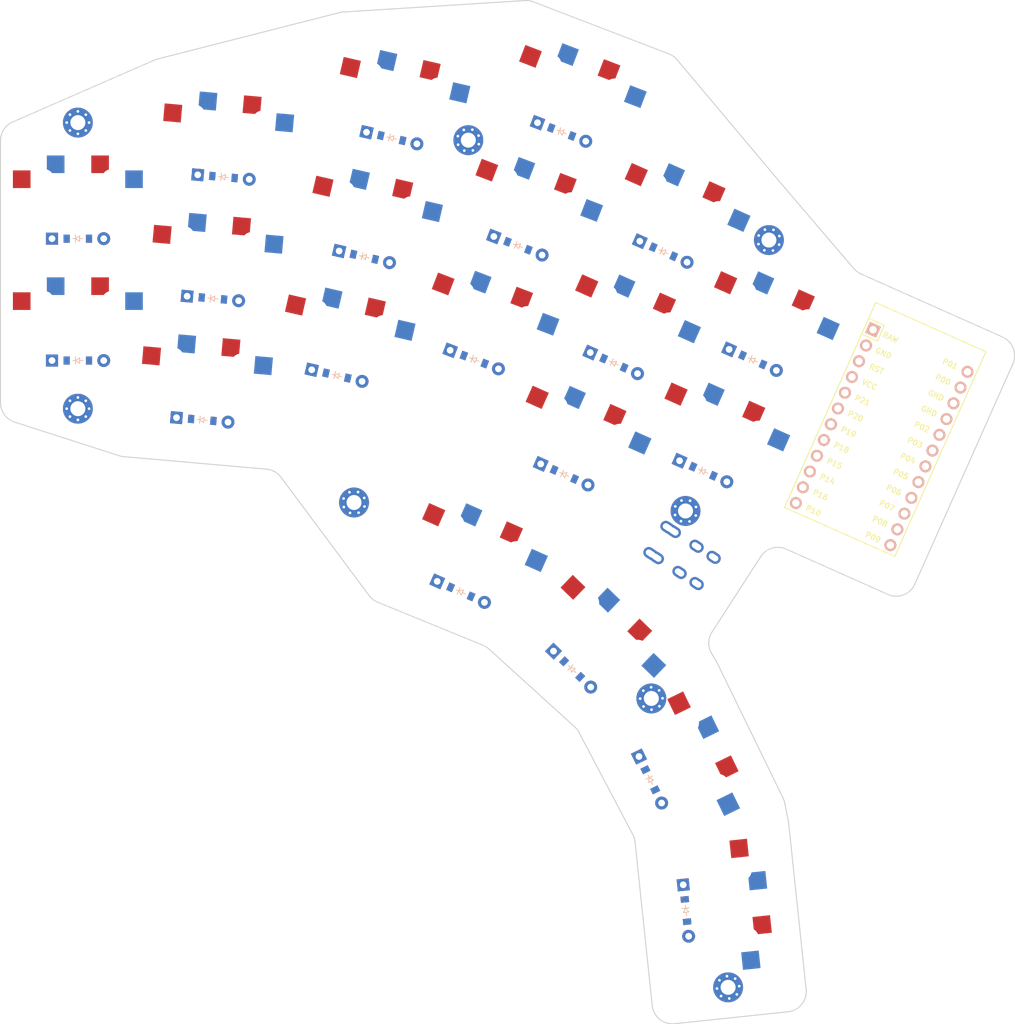
<source format=kicad_pcb>


(kicad_pcb (version 20171130) (host pcbnew 5.1.6)

  (page A3)
  (title_block
    (title "swallowtail_split")
    (rev "v1.0.0")
    (company "Unknown")
  )

  (general
    (thickness 1.6)
  )

  (layers
    (0 F.Cu signal)
    (31 B.Cu signal)
    (32 B.Adhes user)
    (33 F.Adhes user)
    (34 B.Paste user)
    (35 F.Paste user)
    (36 B.SilkS user)
    (37 F.SilkS user)
    (38 B.Mask user)
    (39 F.Mask user)
    (40 Dwgs.User user)
    (41 Cmts.User user)
    (42 Eco1.User user)
    (43 Eco2.User user)
    (44 Edge.Cuts user)
    (45 Margin user)
    (46 B.CrtYd user)
    (47 F.CrtYd user)
    (48 B.Fab user)
    (49 F.Fab user)
  )

  (setup
    (last_trace_width 0.25)
    (trace_clearance 0.2)
    (zone_clearance 0.508)
    (zone_45_only no)
    (trace_min 0.2)
    (via_size 0.8)
    (via_drill 0.4)
    (via_min_size 0.4)
    (via_min_drill 0.3)
    (uvia_size 0.3)
    (uvia_drill 0.1)
    (uvias_allowed no)
    (uvia_min_size 0.2)
    (uvia_min_drill 0.1)
    (edge_width 0.05)
    (segment_width 0.2)
    (pcb_text_width 0.3)
    (pcb_text_size 1.5 1.5)
    (mod_edge_width 0.12)
    (mod_text_size 1 1)
    (mod_text_width 0.15)
    (pad_size 1.524 1.524)
    (pad_drill 0.762)
    (pad_to_mask_clearance 0.05)
    (aux_axis_origin 0 0)
    (visible_elements FFFFFF7F)
    (pcbplotparams
      (layerselection 0x010fc_ffffffff)
      (usegerberextensions false)
      (usegerberattributes true)
      (usegerberadvancedattributes true)
      (creategerberjobfile true)
      (excludeedgelayer true)
      (linewidth 0.100000)
      (plotframeref false)
      (viasonmask false)
      (mode 1)
      (useauxorigin false)
      (hpglpennumber 1)
      (hpglpenspeed 20)
      (hpglpendiameter 15.000000)
      (psnegative false)
      (psa4output false)
      (plotreference true)
      (plotvalue true)
      (plotinvisibletext false)
      (padsonsilk false)
      (subtractmaskfromsilk false)
      (outputformat 1)
      (mirror false)
      (drillshape 1)
      (scaleselection 1)
      (outputdirectory ""))
  )

  (net 0 "")
(net 1 "outer_home")
(net 2 "P19")
(net 3 "outer_top")
(net 4 "pinky_bottom")
(net 5 "P18")
(net 6 "pinky_home")
(net 7 "pinky_top")
(net 8 "ring_bottom")
(net 9 "P15")
(net 10 "ring_home")
(net 11 "ring_top")
(net 12 "middle_bottom")
(net 13 "P14")
(net 14 "middle_home")
(net 15 "middle_top")
(net 16 "index_bottom")
(net 17 "P16")
(net 18 "index_home")
(net 19 "index_top")
(net 20 "inner_home")
(net 21 "P10")
(net 22 "inner_top")
(net 23 "near_thumb")
(net 24 "home_thumb")
(net 25 "far_thumb")
(net 26 "farthest_thumb")
(net 27 "P7")
(net 28 "P6")
(net 29 "P8")
(net 30 "P9")
(net 31 "RAW")
(net 32 "GND")
(net 33 "RST")
(net 34 "VCC")
(net 35 "P21")
(net 36 "P20")
(net 37 "P1")
(net 38 "P0")
(net 39 "P2")
(net 40 "P3")
(net 41 "P4")
(net 42 "P5")

  (net_class Default "This is the default net class."
    (clearance 0.2)
    (trace_width 0.25)
    (via_dia 0.8)
    (via_drill 0.4)
    (uvia_dia 0.3)
    (uvia_drill 0.1)
    (add_net "")
(add_net "outer_home")
(add_net "P19")
(add_net "outer_top")
(add_net "pinky_bottom")
(add_net "P18")
(add_net "pinky_home")
(add_net "pinky_top")
(add_net "ring_bottom")
(add_net "P15")
(add_net "ring_home")
(add_net "ring_top")
(add_net "middle_bottom")
(add_net "P14")
(add_net "middle_home")
(add_net "middle_top")
(add_net "index_bottom")
(add_net "P16")
(add_net "index_home")
(add_net "index_top")
(add_net "inner_home")
(add_net "P10")
(add_net "inner_top")
(add_net "near_thumb")
(add_net "home_thumb")
(add_net "far_thumb")
(add_net "farthest_thumb")
(add_net "P7")
(add_net "P6")
(add_net "P8")
(add_net "P9")
(add_net "RAW")
(add_net "GND")
(add_net "RST")
(add_net "VCC")
(add_net "P21")
(add_net "P20")
(add_net "P1")
(add_net "P0")
(add_net "P2")
(add_net "P3")
(add_net "P4")
(add_net "P5")
  )

  
        
      (module PG1350 (layer F.Cu) (tedit 5DD50112)
      (at 100 82.05 0)

      
      (fp_text reference "S1" (at 0 0) (layer F.SilkS) hide (effects (font (size 1.27 1.27) (thickness 0.15))))
      (fp_text value "" (at 0 0) (layer F.SilkS) hide (effects (font (size 1.27 1.27) (thickness 0.15))))

      
      (fp_line (start -7 -6) (end -7 -7) (layer Dwgs.User) (width 0.15))
      (fp_line (start -7 7) (end -6 7) (layer Dwgs.User) (width 0.15))
      (fp_line (start -6 -7) (end -7 -7) (layer Dwgs.User) (width 0.15))
      (fp_line (start -7 7) (end -7 6) (layer Dwgs.User) (width 0.15))
      (fp_line (start 7 6) (end 7 7) (layer Dwgs.User) (width 0.15))
      (fp_line (start 7 -7) (end 6 -7) (layer Dwgs.User) (width 0.15))
      (fp_line (start 6 7) (end 7 7) (layer Dwgs.User) (width 0.15))
      (fp_line (start 7 -7) (end 7 -6) (layer Dwgs.User) (width 0.15))      
      
      
      (pad "" np_thru_hole circle (at 0 0) (size 3.429 3.429) (drill 3.429) (layers *.Cu *.Mask))
        
      
      (pad "" np_thru_hole circle (at 5.5 0) (size 1.7018 1.7018) (drill 1.7018) (layers *.Cu *.Mask))
      (pad "" np_thru_hole circle (at -5.5 0) (size 1.7018 1.7018) (drill 1.7018) (layers *.Cu *.Mask))
      
        
      
      (fp_line (start -9 -8.5) (end 9 -8.5) (layer Dwgs.User) (width 0.15))
      (fp_line (start 9 -8.5) (end 9 8.5) (layer Dwgs.User) (width 0.15))
      (fp_line (start 9 8.5) (end -9 8.5) (layer Dwgs.User) (width 0.15))
      (fp_line (start -9 8.5) (end -9 -8.5) (layer Dwgs.User) (width 0.15))
      
        
          
          (pad "" np_thru_hole circle (at 5 -3.75) (size 3 3) (drill 3) (layers *.Cu *.Mask))
          (pad "" np_thru_hole circle (at 0 -5.95) (size 3 3) (drill 3) (layers *.Cu *.Mask))
      
          
          (pad 1 smd rect (at -3.275 -5.95 0) (size 2.6 2.6) (layers B.Cu B.Paste B.Mask)  (net 1 "outer_home"))
          (pad 2 smd rect (at 8.275 -3.75 0) (size 2.6 2.6) (layers B.Cu B.Paste B.Mask)  (net 2 "P19"))
        
        
          
          (pad "" np_thru_hole circle (at -5 -3.75) (size 3 3) (drill 3) (layers *.Cu *.Mask))
          (pad "" np_thru_hole circle (at 0 -5.95) (size 3 3) (drill 3) (layers *.Cu *.Mask))
      
          
          (pad 1 smd rect (at 3.275 -5.95 0) (size 2.6 2.6) (layers F.Cu F.Paste F.Mask)  (net 1 "outer_home"))
          (pad 2 smd rect (at -8.275 -3.75 0) (size 2.6 2.6) (layers F.Cu F.Paste F.Mask)  (net 2 "P19"))
        )
        

        
      (module PG1350 (layer F.Cu) (tedit 5DD50112)
      (at 100 64.1 0)

      
      (fp_text reference "S2" (at 0 0) (layer F.SilkS) hide (effects (font (size 1.27 1.27) (thickness 0.15))))
      (fp_text value "" (at 0 0) (layer F.SilkS) hide (effects (font (size 1.27 1.27) (thickness 0.15))))

      
      (fp_line (start -7 -6) (end -7 -7) (layer Dwgs.User) (width 0.15))
      (fp_line (start -7 7) (end -6 7) (layer Dwgs.User) (width 0.15))
      (fp_line (start -6 -7) (end -7 -7) (layer Dwgs.User) (width 0.15))
      (fp_line (start -7 7) (end -7 6) (layer Dwgs.User) (width 0.15))
      (fp_line (start 7 6) (end 7 7) (layer Dwgs.User) (width 0.15))
      (fp_line (start 7 -7) (end 6 -7) (layer Dwgs.User) (width 0.15))
      (fp_line (start 6 7) (end 7 7) (layer Dwgs.User) (width 0.15))
      (fp_line (start 7 -7) (end 7 -6) (layer Dwgs.User) (width 0.15))      
      
      
      (pad "" np_thru_hole circle (at 0 0) (size 3.429 3.429) (drill 3.429) (layers *.Cu *.Mask))
        
      
      (pad "" np_thru_hole circle (at 5.5 0) (size 1.7018 1.7018) (drill 1.7018) (layers *.Cu *.Mask))
      (pad "" np_thru_hole circle (at -5.5 0) (size 1.7018 1.7018) (drill 1.7018) (layers *.Cu *.Mask))
      
        
      
      (fp_line (start -9 -8.5) (end 9 -8.5) (layer Dwgs.User) (width 0.15))
      (fp_line (start 9 -8.5) (end 9 8.5) (layer Dwgs.User) (width 0.15))
      (fp_line (start 9 8.5) (end -9 8.5) (layer Dwgs.User) (width 0.15))
      (fp_line (start -9 8.5) (end -9 -8.5) (layer Dwgs.User) (width 0.15))
      
        
          
          (pad "" np_thru_hole circle (at 5 -3.75) (size 3 3) (drill 3) (layers *.Cu *.Mask))
          (pad "" np_thru_hole circle (at 0 -5.95) (size 3 3) (drill 3) (layers *.Cu *.Mask))
      
          
          (pad 1 smd rect (at -3.275 -5.95 0) (size 2.6 2.6) (layers B.Cu B.Paste B.Mask)  (net 3 "outer_top"))
          (pad 2 smd rect (at 8.275 -3.75 0) (size 2.6 2.6) (layers B.Cu B.Paste B.Mask)  (net 2 "P19"))
        
        
          
          (pad "" np_thru_hole circle (at -5 -3.75) (size 3 3) (drill 3) (layers *.Cu *.Mask))
          (pad "" np_thru_hole circle (at 0 -5.95) (size 3 3) (drill 3) (layers *.Cu *.Mask))
      
          
          (pad 1 smd rect (at 3.275 -5.95 0) (size 2.6 2.6) (layers F.Cu F.Paste F.Mask)  (net 3 "outer_top"))
          (pad 2 smd rect (at -8.275 -3.75 0) (size 2.6 2.6) (layers F.Cu F.Paste F.Mask)  (net 2 "P19"))
        )
        

        
      (module PG1350 (layer F.Cu) (tedit 5DD50112)
      (at 118.7614672 90.8114159 -5)

      
      (fp_text reference "S3" (at 0 0) (layer F.SilkS) hide (effects (font (size 1.27 1.27) (thickness 0.15))))
      (fp_text value "" (at 0 0) (layer F.SilkS) hide (effects (font (size 1.27 1.27) (thickness 0.15))))

      
      (fp_line (start -7 -6) (end -7 -7) (layer Dwgs.User) (width 0.15))
      (fp_line (start -7 7) (end -6 7) (layer Dwgs.User) (width 0.15))
      (fp_line (start -6 -7) (end -7 -7) (layer Dwgs.User) (width 0.15))
      (fp_line (start -7 7) (end -7 6) (layer Dwgs.User) (width 0.15))
      (fp_line (start 7 6) (end 7 7) (layer Dwgs.User) (width 0.15))
      (fp_line (start 7 -7) (end 6 -7) (layer Dwgs.User) (width 0.15))
      (fp_line (start 6 7) (end 7 7) (layer Dwgs.User) (width 0.15))
      (fp_line (start 7 -7) (end 7 -6) (layer Dwgs.User) (width 0.15))      
      
      
      (pad "" np_thru_hole circle (at 0 0) (size 3.429 3.429) (drill 3.429) (layers *.Cu *.Mask))
        
      
      (pad "" np_thru_hole circle (at 5.5 0) (size 1.7018 1.7018) (drill 1.7018) (layers *.Cu *.Mask))
      (pad "" np_thru_hole circle (at -5.5 0) (size 1.7018 1.7018) (drill 1.7018) (layers *.Cu *.Mask))
      
        
      
      (fp_line (start -9 -8.5) (end 9 -8.5) (layer Dwgs.User) (width 0.15))
      (fp_line (start 9 -8.5) (end 9 8.5) (layer Dwgs.User) (width 0.15))
      (fp_line (start 9 8.5) (end -9 8.5) (layer Dwgs.User) (width 0.15))
      (fp_line (start -9 8.5) (end -9 -8.5) (layer Dwgs.User) (width 0.15))
      
        
          
          (pad "" np_thru_hole circle (at 5 -3.75) (size 3 3) (drill 3) (layers *.Cu *.Mask))
          (pad "" np_thru_hole circle (at 0 -5.95) (size 3 3) (drill 3) (layers *.Cu *.Mask))
      
          
          (pad 1 smd rect (at -3.275 -5.95 -5) (size 2.6 2.6) (layers B.Cu B.Paste B.Mask)  (net 4 "pinky_bottom"))
          (pad 2 smd rect (at 8.275 -3.75 -5) (size 2.6 2.6) (layers B.Cu B.Paste B.Mask)  (net 5 "P18"))
        
        
          
          (pad "" np_thru_hole circle (at -5 -3.75) (size 3 3) (drill 3) (layers *.Cu *.Mask))
          (pad "" np_thru_hole circle (at 0 -5.95) (size 3 3) (drill 3) (layers *.Cu *.Mask))
      
          
          (pad 1 smd rect (at 3.275 -5.95 -5) (size 2.6 2.6) (layers F.Cu F.Paste F.Mask)  (net 4 "pinky_bottom"))
          (pad 2 smd rect (at -8.275 -3.75 -5) (size 2.6 2.6) (layers F.Cu F.Paste F.Mask)  (net 5 "P18"))
        )
        

        
      (module PG1350 (layer F.Cu) (tedit 5DD50112)
      (at 120.3259128 72.9297211 -5)

      
      (fp_text reference "S4" (at 0 0) (layer F.SilkS) hide (effects (font (size 1.27 1.27) (thickness 0.15))))
      (fp_text value "" (at 0 0) (layer F.SilkS) hide (effects (font (size 1.27 1.27) (thickness 0.15))))

      
      (fp_line (start -7 -6) (end -7 -7) (layer Dwgs.User) (width 0.15))
      (fp_line (start -7 7) (end -6 7) (layer Dwgs.User) (width 0.15))
      (fp_line (start -6 -7) (end -7 -7) (layer Dwgs.User) (width 0.15))
      (fp_line (start -7 7) (end -7 6) (layer Dwgs.User) (width 0.15))
      (fp_line (start 7 6) (end 7 7) (layer Dwgs.User) (width 0.15))
      (fp_line (start 7 -7) (end 6 -7) (layer Dwgs.User) (width 0.15))
      (fp_line (start 6 7) (end 7 7) (layer Dwgs.User) (width 0.15))
      (fp_line (start 7 -7) (end 7 -6) (layer Dwgs.User) (width 0.15))      
      
      
      (pad "" np_thru_hole circle (at 0 0) (size 3.429 3.429) (drill 3.429) (layers *.Cu *.Mask))
        
      
      (pad "" np_thru_hole circle (at 5.5 0) (size 1.7018 1.7018) (drill 1.7018) (layers *.Cu *.Mask))
      (pad "" np_thru_hole circle (at -5.5 0) (size 1.7018 1.7018) (drill 1.7018) (layers *.Cu *.Mask))
      
        
      
      (fp_line (start -9 -8.5) (end 9 -8.5) (layer Dwgs.User) (width 0.15))
      (fp_line (start 9 -8.5) (end 9 8.5) (layer Dwgs.User) (width 0.15))
      (fp_line (start 9 8.5) (end -9 8.5) (layer Dwgs.User) (width 0.15))
      (fp_line (start -9 8.5) (end -9 -8.5) (layer Dwgs.User) (width 0.15))
      
        
          
          (pad "" np_thru_hole circle (at 5 -3.75) (size 3 3) (drill 3) (layers *.Cu *.Mask))
          (pad "" np_thru_hole circle (at 0 -5.95) (size 3 3) (drill 3) (layers *.Cu *.Mask))
      
          
          (pad 1 smd rect (at -3.275 -5.95 -5) (size 2.6 2.6) (layers B.Cu B.Paste B.Mask)  (net 6 "pinky_home"))
          (pad 2 smd rect (at 8.275 -3.75 -5) (size 2.6 2.6) (layers B.Cu B.Paste B.Mask)  (net 5 "P18"))
        
        
          
          (pad "" np_thru_hole circle (at -5 -3.75) (size 3 3) (drill 3) (layers *.Cu *.Mask))
          (pad "" np_thru_hole circle (at 0 -5.95) (size 3 3) (drill 3) (layers *.Cu *.Mask))
      
          
          (pad 1 smd rect (at 3.275 -5.95 -5) (size 2.6 2.6) (layers F.Cu F.Paste F.Mask)  (net 6 "pinky_home"))
          (pad 2 smd rect (at -8.275 -3.75 -5) (size 2.6 2.6) (layers F.Cu F.Paste F.Mask)  (net 5 "P18"))
        )
        

        
      (module PG1350 (layer F.Cu) (tedit 5DD50112)
      (at 121.8903584 55.0480263 -5)

      
      (fp_text reference "S5" (at 0 0) (layer F.SilkS) hide (effects (font (size 1.27 1.27) (thickness 0.15))))
      (fp_text value "" (at 0 0) (layer F.SilkS) hide (effects (font (size 1.27 1.27) (thickness 0.15))))

      
      (fp_line (start -7 -6) (end -7 -7) (layer Dwgs.User) (width 0.15))
      (fp_line (start -7 7) (end -6 7) (layer Dwgs.User) (width 0.15))
      (fp_line (start -6 -7) (end -7 -7) (layer Dwgs.User) (width 0.15))
      (fp_line (start -7 7) (end -7 6) (layer Dwgs.User) (width 0.15))
      (fp_line (start 7 6) (end 7 7) (layer Dwgs.User) (width 0.15))
      (fp_line (start 7 -7) (end 6 -7) (layer Dwgs.User) (width 0.15))
      (fp_line (start 6 7) (end 7 7) (layer Dwgs.User) (width 0.15))
      (fp_line (start 7 -7) (end 7 -6) (layer Dwgs.User) (width 0.15))      
      
      
      (pad "" np_thru_hole circle (at 0 0) (size 3.429 3.429) (drill 3.429) (layers *.Cu *.Mask))
        
      
      (pad "" np_thru_hole circle (at 5.5 0) (size 1.7018 1.7018) (drill 1.7018) (layers *.Cu *.Mask))
      (pad "" np_thru_hole circle (at -5.5 0) (size 1.7018 1.7018) (drill 1.7018) (layers *.Cu *.Mask))
      
        
      
      (fp_line (start -9 -8.5) (end 9 -8.5) (layer Dwgs.User) (width 0.15))
      (fp_line (start 9 -8.5) (end 9 8.5) (layer Dwgs.User) (width 0.15))
      (fp_line (start 9 8.5) (end -9 8.5) (layer Dwgs.User) (width 0.15))
      (fp_line (start -9 8.5) (end -9 -8.5) (layer Dwgs.User) (width 0.15))
      
        
          
          (pad "" np_thru_hole circle (at 5 -3.75) (size 3 3) (drill 3) (layers *.Cu *.Mask))
          (pad "" np_thru_hole circle (at 0 -5.95) (size 3 3) (drill 3) (layers *.Cu *.Mask))
      
          
          (pad 1 smd rect (at -3.275 -5.95 -5) (size 2.6 2.6) (layers B.Cu B.Paste B.Mask)  (net 7 "pinky_top"))
          (pad 2 smd rect (at 8.275 -3.75 -5) (size 2.6 2.6) (layers B.Cu B.Paste B.Mask)  (net 5 "P18"))
        
        
          
          (pad "" np_thru_hole circle (at -5 -3.75) (size 3 3) (drill 3) (layers *.Cu *.Mask))
          (pad "" np_thru_hole circle (at 0 -5.95) (size 3 3) (drill 3) (layers *.Cu *.Mask))
      
          
          (pad 1 smd rect (at 3.275 -5.95 -5) (size 2.6 2.6) (layers F.Cu F.Paste F.Mask)  (net 7 "pinky_top"))
          (pad 2 smd rect (at -8.275 -3.75 -5) (size 2.6 2.6) (layers F.Cu F.Paste F.Mask)  (net 5 "P18"))
        )
        

        
      (module PG1350 (layer F.Cu) (tedit 5DD50112)
      (at 139.2906718 84.3935513 -13)

      
      (fp_text reference "S6" (at 0 0) (layer F.SilkS) hide (effects (font (size 1.27 1.27) (thickness 0.15))))
      (fp_text value "" (at 0 0) (layer F.SilkS) hide (effects (font (size 1.27 1.27) (thickness 0.15))))

      
      (fp_line (start -7 -6) (end -7 -7) (layer Dwgs.User) (width 0.15))
      (fp_line (start -7 7) (end -6 7) (layer Dwgs.User) (width 0.15))
      (fp_line (start -6 -7) (end -7 -7) (layer Dwgs.User) (width 0.15))
      (fp_line (start -7 7) (end -7 6) (layer Dwgs.User) (width 0.15))
      (fp_line (start 7 6) (end 7 7) (layer Dwgs.User) (width 0.15))
      (fp_line (start 7 -7) (end 6 -7) (layer Dwgs.User) (width 0.15))
      (fp_line (start 6 7) (end 7 7) (layer Dwgs.User) (width 0.15))
      (fp_line (start 7 -7) (end 7 -6) (layer Dwgs.User) (width 0.15))      
      
      
      (pad "" np_thru_hole circle (at 0 0) (size 3.429 3.429) (drill 3.429) (layers *.Cu *.Mask))
        
      
      (pad "" np_thru_hole circle (at 5.5 0) (size 1.7018 1.7018) (drill 1.7018) (layers *.Cu *.Mask))
      (pad "" np_thru_hole circle (at -5.5 0) (size 1.7018 1.7018) (drill 1.7018) (layers *.Cu *.Mask))
      
        
      
      (fp_line (start -9 -8.5) (end 9 -8.5) (layer Dwgs.User) (width 0.15))
      (fp_line (start 9 -8.5) (end 9 8.5) (layer Dwgs.User) (width 0.15))
      (fp_line (start 9 8.5) (end -9 8.5) (layer Dwgs.User) (width 0.15))
      (fp_line (start -9 8.5) (end -9 -8.5) (layer Dwgs.User) (width 0.15))
      
        
          
          (pad "" np_thru_hole circle (at 5 -3.75) (size 3 3) (drill 3) (layers *.Cu *.Mask))
          (pad "" np_thru_hole circle (at 0 -5.95) (size 3 3) (drill 3) (layers *.Cu *.Mask))
      
          
          (pad 1 smd rect (at -3.275 -5.95 -13) (size 2.6 2.6) (layers B.Cu B.Paste B.Mask)  (net 8 "ring_bottom"))
          (pad 2 smd rect (at 8.275 -3.75 -13) (size 2.6 2.6) (layers B.Cu B.Paste B.Mask)  (net 9 "P15"))
        
        
          
          (pad "" np_thru_hole circle (at -5 -3.75) (size 3 3) (drill 3) (layers *.Cu *.Mask))
          (pad "" np_thru_hole circle (at 0 -5.95) (size 3 3) (drill 3) (layers *.Cu *.Mask))
      
          
          (pad 1 smd rect (at 3.275 -5.95 -13) (size 2.6 2.6) (layers F.Cu F.Paste F.Mask)  (net 8 "ring_bottom"))
          (pad 2 smd rect (at -8.275 -3.75 -13) (size 2.6 2.6) (layers F.Cu F.Paste F.Mask)  (net 9 "P15"))
        )
        

        
      (module PG1350 (layer F.Cu) (tedit 5DD50112)
      (at 143.3285432 66.9036086 -13)

      
      (fp_text reference "S7" (at 0 0) (layer F.SilkS) hide (effects (font (size 1.27 1.27) (thickness 0.15))))
      (fp_text value "" (at 0 0) (layer F.SilkS) hide (effects (font (size 1.27 1.27) (thickness 0.15))))

      
      (fp_line (start -7 -6) (end -7 -7) (layer Dwgs.User) (width 0.15))
      (fp_line (start -7 7) (end -6 7) (layer Dwgs.User) (width 0.15))
      (fp_line (start -6 -7) (end -7 -7) (layer Dwgs.User) (width 0.15))
      (fp_line (start -7 7) (end -7 6) (layer Dwgs.User) (width 0.15))
      (fp_line (start 7 6) (end 7 7) (layer Dwgs.User) (width 0.15))
      (fp_line (start 7 -7) (end 6 -7) (layer Dwgs.User) (width 0.15))
      (fp_line (start 6 7) (end 7 7) (layer Dwgs.User) (width 0.15))
      (fp_line (start 7 -7) (end 7 -6) (layer Dwgs.User) (width 0.15))      
      
      
      (pad "" np_thru_hole circle (at 0 0) (size 3.429 3.429) (drill 3.429) (layers *.Cu *.Mask))
        
      
      (pad "" np_thru_hole circle (at 5.5 0) (size 1.7018 1.7018) (drill 1.7018) (layers *.Cu *.Mask))
      (pad "" np_thru_hole circle (at -5.5 0) (size 1.7018 1.7018) (drill 1.7018) (layers *.Cu *.Mask))
      
        
      
      (fp_line (start -9 -8.5) (end 9 -8.5) (layer Dwgs.User) (width 0.15))
      (fp_line (start 9 -8.5) (end 9 8.5) (layer Dwgs.User) (width 0.15))
      (fp_line (start 9 8.5) (end -9 8.5) (layer Dwgs.User) (width 0.15))
      (fp_line (start -9 8.5) (end -9 -8.5) (layer Dwgs.User) (width 0.15))
      
        
          
          (pad "" np_thru_hole circle (at 5 -3.75) (size 3 3) (drill 3) (layers *.Cu *.Mask))
          (pad "" np_thru_hole circle (at 0 -5.95) (size 3 3) (drill 3) (layers *.Cu *.Mask))
      
          
          (pad 1 smd rect (at -3.275 -5.95 -13) (size 2.6 2.6) (layers B.Cu B.Paste B.Mask)  (net 10 "ring_home"))
          (pad 2 smd rect (at 8.275 -3.75 -13) (size 2.6 2.6) (layers B.Cu B.Paste B.Mask)  (net 9 "P15"))
        
        
          
          (pad "" np_thru_hole circle (at -5 -3.75) (size 3 3) (drill 3) (layers *.Cu *.Mask))
          (pad "" np_thru_hole circle (at 0 -5.95) (size 3 3) (drill 3) (layers *.Cu *.Mask))
      
          
          (pad 1 smd rect (at 3.275 -5.95 -13) (size 2.6 2.6) (layers F.Cu F.Paste F.Mask)  (net 10 "ring_home"))
          (pad 2 smd rect (at -8.275 -3.75 -13) (size 2.6 2.6) (layers F.Cu F.Paste F.Mask)  (net 9 "P15"))
        )
        

        
      (module PG1350 (layer F.Cu) (tedit 5DD50112)
      (at 147.3664146 49.4136659 -13)

      
      (fp_text reference "S8" (at 0 0) (layer F.SilkS) hide (effects (font (size 1.27 1.27) (thickness 0.15))))
      (fp_text value "" (at 0 0) (layer F.SilkS) hide (effects (font (size 1.27 1.27) (thickness 0.15))))

      
      (fp_line (start -7 -6) (end -7 -7) (layer Dwgs.User) (width 0.15))
      (fp_line (start -7 7) (end -6 7) (layer Dwgs.User) (width 0.15))
      (fp_line (start -6 -7) (end -7 -7) (layer Dwgs.User) (width 0.15))
      (fp_line (start -7 7) (end -7 6) (layer Dwgs.User) (width 0.15))
      (fp_line (start 7 6) (end 7 7) (layer Dwgs.User) (width 0.15))
      (fp_line (start 7 -7) (end 6 -7) (layer Dwgs.User) (width 0.15))
      (fp_line (start 6 7) (end 7 7) (layer Dwgs.User) (width 0.15))
      (fp_line (start 7 -7) (end 7 -6) (layer Dwgs.User) (width 0.15))      
      
      
      (pad "" np_thru_hole circle (at 0 0) (size 3.429 3.429) (drill 3.429) (layers *.Cu *.Mask))
        
      
      (pad "" np_thru_hole circle (at 5.5 0) (size 1.7018 1.7018) (drill 1.7018) (layers *.Cu *.Mask))
      (pad "" np_thru_hole circle (at -5.5 0) (size 1.7018 1.7018) (drill 1.7018) (layers *.Cu *.Mask))
      
        
      
      (fp_line (start -9 -8.5) (end 9 -8.5) (layer Dwgs.User) (width 0.15))
      (fp_line (start 9 -8.5) (end 9 8.5) (layer Dwgs.User) (width 0.15))
      (fp_line (start 9 8.5) (end -9 8.5) (layer Dwgs.User) (width 0.15))
      (fp_line (start -9 8.5) (end -9 -8.5) (layer Dwgs.User) (width 0.15))
      
        
          
          (pad "" np_thru_hole circle (at 5 -3.75) (size 3 3) (drill 3) (layers *.Cu *.Mask))
          (pad "" np_thru_hole circle (at 0 -5.95) (size 3 3) (drill 3) (layers *.Cu *.Mask))
      
          
          (pad 1 smd rect (at -3.275 -5.95 -13) (size 2.6 2.6) (layers B.Cu B.Paste B.Mask)  (net 11 "ring_top"))
          (pad 2 smd rect (at 8.275 -3.75 -13) (size 2.6 2.6) (layers B.Cu B.Paste B.Mask)  (net 9 "P15"))
        
        
          
          (pad "" np_thru_hole circle (at -5 -3.75) (size 3 3) (drill 3) (layers *.Cu *.Mask))
          (pad "" np_thru_hole circle (at 0 -5.95) (size 3 3) (drill 3) (layers *.Cu *.Mask))
      
          
          (pad 1 smd rect (at 3.275 -5.95 -13) (size 2.6 2.6) (layers F.Cu F.Paste F.Mask)  (net 11 "ring_top"))
          (pad 2 smd rect (at -8.275 -3.75 -13) (size 2.6 2.6) (layers F.Cu F.Paste F.Mask)  (net 9 "P15"))
        )
        

        
      (module PG1350 (layer F.Cu) (tedit 5DD50112)
      (at 160.20284909999998 82.23988890000001 -21)

      
      (fp_text reference "S9" (at 0 0) (layer F.SilkS) hide (effects (font (size 1.27 1.27) (thickness 0.15))))
      (fp_text value "" (at 0 0) (layer F.SilkS) hide (effects (font (size 1.27 1.27) (thickness 0.15))))

      
      (fp_line (start -7 -6) (end -7 -7) (layer Dwgs.User) (width 0.15))
      (fp_line (start -7 7) (end -6 7) (layer Dwgs.User) (width 0.15))
      (fp_line (start -6 -7) (end -7 -7) (layer Dwgs.User) (width 0.15))
      (fp_line (start -7 7) (end -7 6) (layer Dwgs.User) (width 0.15))
      (fp_line (start 7 6) (end 7 7) (layer Dwgs.User) (width 0.15))
      (fp_line (start 7 -7) (end 6 -7) (layer Dwgs.User) (width 0.15))
      (fp_line (start 6 7) (end 7 7) (layer Dwgs.User) (width 0.15))
      (fp_line (start 7 -7) (end 7 -6) (layer Dwgs.User) (width 0.15))      
      
      
      (pad "" np_thru_hole circle (at 0 0) (size 3.429 3.429) (drill 3.429) (layers *.Cu *.Mask))
        
      
      (pad "" np_thru_hole circle (at 5.5 0) (size 1.7018 1.7018) (drill 1.7018) (layers *.Cu *.Mask))
      (pad "" np_thru_hole circle (at -5.5 0) (size 1.7018 1.7018) (drill 1.7018) (layers *.Cu *.Mask))
      
        
      
      (fp_line (start -9 -8.5) (end 9 -8.5) (layer Dwgs.User) (width 0.15))
      (fp_line (start 9 -8.5) (end 9 8.5) (layer Dwgs.User) (width 0.15))
      (fp_line (start 9 8.5) (end -9 8.5) (layer Dwgs.User) (width 0.15))
      (fp_line (start -9 8.5) (end -9 -8.5) (layer Dwgs.User) (width 0.15))
      
        
          
          (pad "" np_thru_hole circle (at 5 -3.75) (size 3 3) (drill 3) (layers *.Cu *.Mask))
          (pad "" np_thru_hole circle (at 0 -5.95) (size 3 3) (drill 3) (layers *.Cu *.Mask))
      
          
          (pad 1 smd rect (at -3.275 -5.95 -21) (size 2.6 2.6) (layers B.Cu B.Paste B.Mask)  (net 12 "middle_bottom"))
          (pad 2 smd rect (at 8.275 -3.75 -21) (size 2.6 2.6) (layers B.Cu B.Paste B.Mask)  (net 13 "P14"))
        
        
          
          (pad "" np_thru_hole circle (at -5 -3.75) (size 3 3) (drill 3) (layers *.Cu *.Mask))
          (pad "" np_thru_hole circle (at 0 -5.95) (size 3 3) (drill 3) (layers *.Cu *.Mask))
      
          
          (pad 1 smd rect (at 3.275 -5.95 -21) (size 2.6 2.6) (layers F.Cu F.Paste F.Mask)  (net 12 "middle_bottom"))
          (pad 2 smd rect (at -8.275 -3.75 -21) (size 2.6 2.6) (layers F.Cu F.Paste F.Mask)  (net 13 "P14"))
        )
        

        
      (module PG1350 (layer F.Cu) (tedit 5DD50112)
      (at 166.63555379999997 65.48212020000001 -21)

      
      (fp_text reference "S10" (at 0 0) (layer F.SilkS) hide (effects (font (size 1.27 1.27) (thickness 0.15))))
      (fp_text value "" (at 0 0) (layer F.SilkS) hide (effects (font (size 1.27 1.27) (thickness 0.15))))

      
      (fp_line (start -7 -6) (end -7 -7) (layer Dwgs.User) (width 0.15))
      (fp_line (start -7 7) (end -6 7) (layer Dwgs.User) (width 0.15))
      (fp_line (start -6 -7) (end -7 -7) (layer Dwgs.User) (width 0.15))
      (fp_line (start -7 7) (end -7 6) (layer Dwgs.User) (width 0.15))
      (fp_line (start 7 6) (end 7 7) (layer Dwgs.User) (width 0.15))
      (fp_line (start 7 -7) (end 6 -7) (layer Dwgs.User) (width 0.15))
      (fp_line (start 6 7) (end 7 7) (layer Dwgs.User) (width 0.15))
      (fp_line (start 7 -7) (end 7 -6) (layer Dwgs.User) (width 0.15))      
      
      
      (pad "" np_thru_hole circle (at 0 0) (size 3.429 3.429) (drill 3.429) (layers *.Cu *.Mask))
        
      
      (pad "" np_thru_hole circle (at 5.5 0) (size 1.7018 1.7018) (drill 1.7018) (layers *.Cu *.Mask))
      (pad "" np_thru_hole circle (at -5.5 0) (size 1.7018 1.7018) (drill 1.7018) (layers *.Cu *.Mask))
      
        
      
      (fp_line (start -9 -8.5) (end 9 -8.5) (layer Dwgs.User) (width 0.15))
      (fp_line (start 9 -8.5) (end 9 8.5) (layer Dwgs.User) (width 0.15))
      (fp_line (start 9 8.5) (end -9 8.5) (layer Dwgs.User) (width 0.15))
      (fp_line (start -9 8.5) (end -9 -8.5) (layer Dwgs.User) (width 0.15))
      
        
          
          (pad "" np_thru_hole circle (at 5 -3.75) (size 3 3) (drill 3) (layers *.Cu *.Mask))
          (pad "" np_thru_hole circle (at 0 -5.95) (size 3 3) (drill 3) (layers *.Cu *.Mask))
      
          
          (pad 1 smd rect (at -3.275 -5.95 -21) (size 2.6 2.6) (layers B.Cu B.Paste B.Mask)  (net 14 "middle_home"))
          (pad 2 smd rect (at 8.275 -3.75 -21) (size 2.6 2.6) (layers B.Cu B.Paste B.Mask)  (net 13 "P14"))
        
        
          
          (pad "" np_thru_hole circle (at -5 -3.75) (size 3 3) (drill 3) (layers *.Cu *.Mask))
          (pad "" np_thru_hole circle (at 0 -5.95) (size 3 3) (drill 3) (layers *.Cu *.Mask))
      
          
          (pad 1 smd rect (at 3.275 -5.95 -21) (size 2.6 2.6) (layers F.Cu F.Paste F.Mask)  (net 14 "middle_home"))
          (pad 2 smd rect (at -8.275 -3.75 -21) (size 2.6 2.6) (layers F.Cu F.Paste F.Mask)  (net 13 "P14"))
        )
        

        
      (module PG1350 (layer F.Cu) (tedit 5DD50112)
      (at 173.06825849999996 48.72435150000001 -21)

      
      (fp_text reference "S11" (at 0 0) (layer F.SilkS) hide (effects (font (size 1.27 1.27) (thickness 0.15))))
      (fp_text value "" (at 0 0) (layer F.SilkS) hide (effects (font (size 1.27 1.27) (thickness 0.15))))

      
      (fp_line (start -7 -6) (end -7 -7) (layer Dwgs.User) (width 0.15))
      (fp_line (start -7 7) (end -6 7) (layer Dwgs.User) (width 0.15))
      (fp_line (start -6 -7) (end -7 -7) (layer Dwgs.User) (width 0.15))
      (fp_line (start -7 7) (end -7 6) (layer Dwgs.User) (width 0.15))
      (fp_line (start 7 6) (end 7 7) (layer Dwgs.User) (width 0.15))
      (fp_line (start 7 -7) (end 6 -7) (layer Dwgs.User) (width 0.15))
      (fp_line (start 6 7) (end 7 7) (layer Dwgs.User) (width 0.15))
      (fp_line (start 7 -7) (end 7 -6) (layer Dwgs.User) (width 0.15))      
      
      
      (pad "" np_thru_hole circle (at 0 0) (size 3.429 3.429) (drill 3.429) (layers *.Cu *.Mask))
        
      
      (pad "" np_thru_hole circle (at 5.5 0) (size 1.7018 1.7018) (drill 1.7018) (layers *.Cu *.Mask))
      (pad "" np_thru_hole circle (at -5.5 0) (size 1.7018 1.7018) (drill 1.7018) (layers *.Cu *.Mask))
      
        
      
      (fp_line (start -9 -8.5) (end 9 -8.5) (layer Dwgs.User) (width 0.15))
      (fp_line (start 9 -8.5) (end 9 8.5) (layer Dwgs.User) (width 0.15))
      (fp_line (start 9 8.5) (end -9 8.5) (layer Dwgs.User) (width 0.15))
      (fp_line (start -9 8.5) (end -9 -8.5) (layer Dwgs.User) (width 0.15))
      
        
          
          (pad "" np_thru_hole circle (at 5 -3.75) (size 3 3) (drill 3) (layers *.Cu *.Mask))
          (pad "" np_thru_hole circle (at 0 -5.95) (size 3 3) (drill 3) (layers *.Cu *.Mask))
      
          
          (pad 1 smd rect (at -3.275 -5.95 -21) (size 2.6 2.6) (layers B.Cu B.Paste B.Mask)  (net 15 "middle_top"))
          (pad 2 smd rect (at 8.275 -3.75 -21) (size 2.6 2.6) (layers B.Cu B.Paste B.Mask)  (net 13 "P14"))
        
        
          
          (pad "" np_thru_hole circle (at -5 -3.75) (size 3 3) (drill 3) (layers *.Cu *.Mask))
          (pad "" np_thru_hole circle (at 0 -5.95) (size 3 3) (drill 3) (layers *.Cu *.Mask))
      
          
          (pad 1 smd rect (at 3.275 -5.95 -21) (size 2.6 2.6) (layers F.Cu F.Paste F.Mask)  (net 15 "middle_top"))
          (pad 2 smd rect (at -8.275 -3.75 -21) (size 2.6 2.6) (layers F.Cu F.Paste F.Mask)  (net 13 "P14"))
        )
        

        
      (module PG1350 (layer F.Cu) (tedit 5DD50112)
      (at 173.71117969999997 99.2565637 -24)

      
      (fp_text reference "S12" (at 0 0) (layer F.SilkS) hide (effects (font (size 1.27 1.27) (thickness 0.15))))
      (fp_text value "" (at 0 0) (layer F.SilkS) hide (effects (font (size 1.27 1.27) (thickness 0.15))))

      
      (fp_line (start -7 -6) (end -7 -7) (layer Dwgs.User) (width 0.15))
      (fp_line (start -7 7) (end -6 7) (layer Dwgs.User) (width 0.15))
      (fp_line (start -6 -7) (end -7 -7) (layer Dwgs.User) (width 0.15))
      (fp_line (start -7 7) (end -7 6) (layer Dwgs.User) (width 0.15))
      (fp_line (start 7 6) (end 7 7) (layer Dwgs.User) (width 0.15))
      (fp_line (start 7 -7) (end 6 -7) (layer Dwgs.User) (width 0.15))
      (fp_line (start 6 7) (end 7 7) (layer Dwgs.User) (width 0.15))
      (fp_line (start 7 -7) (end 7 -6) (layer Dwgs.User) (width 0.15))      
      
      
      (pad "" np_thru_hole circle (at 0 0) (size 3.429 3.429) (drill 3.429) (layers *.Cu *.Mask))
        
      
      (pad "" np_thru_hole circle (at 5.5 0) (size 1.7018 1.7018) (drill 1.7018) (layers *.Cu *.Mask))
      (pad "" np_thru_hole circle (at -5.5 0) (size 1.7018 1.7018) (drill 1.7018) (layers *.Cu *.Mask))
      
        
      
      (fp_line (start -9 -8.5) (end 9 -8.5) (layer Dwgs.User) (width 0.15))
      (fp_line (start 9 -8.5) (end 9 8.5) (layer Dwgs.User) (width 0.15))
      (fp_line (start 9 8.5) (end -9 8.5) (layer Dwgs.User) (width 0.15))
      (fp_line (start -9 8.5) (end -9 -8.5) (layer Dwgs.User) (width 0.15))
      
        
          
          (pad "" np_thru_hole circle (at 5 -3.75) (size 3 3) (drill 3) (layers *.Cu *.Mask))
          (pad "" np_thru_hole circle (at 0 -5.95) (size 3 3) (drill 3) (layers *.Cu *.Mask))
      
          
          (pad 1 smd rect (at -3.275 -5.95 -24) (size 2.6 2.6) (layers B.Cu B.Paste B.Mask)  (net 16 "index_bottom"))
          (pad 2 smd rect (at 8.275 -3.75 -24) (size 2.6 2.6) (layers B.Cu B.Paste B.Mask)  (net 17 "P16"))
        
        
          
          (pad "" np_thru_hole circle (at -5 -3.75) (size 3 3) (drill 3) (layers *.Cu *.Mask))
          (pad "" np_thru_hole circle (at 0 -5.95) (size 3 3) (drill 3) (layers *.Cu *.Mask))
      
          
          (pad 1 smd rect (at 3.275 -5.95 -24) (size 2.6 2.6) (layers F.Cu F.Paste F.Mask)  (net 16 "index_bottom"))
          (pad 2 smd rect (at -8.275 -3.75 -24) (size 2.6 2.6) (layers F.Cu F.Paste F.Mask)  (net 17 "P16"))
        )
        

        
      (module PG1350 (layer F.Cu) (tedit 5DD50112)
      (at 181.01210239999997 82.8584227 -24)

      
      (fp_text reference "S13" (at 0 0) (layer F.SilkS) hide (effects (font (size 1.27 1.27) (thickness 0.15))))
      (fp_text value "" (at 0 0) (layer F.SilkS) hide (effects (font (size 1.27 1.27) (thickness 0.15))))

      
      (fp_line (start -7 -6) (end -7 -7) (layer Dwgs.User) (width 0.15))
      (fp_line (start -7 7) (end -6 7) (layer Dwgs.User) (width 0.15))
      (fp_line (start -6 -7) (end -7 -7) (layer Dwgs.User) (width 0.15))
      (fp_line (start -7 7) (end -7 6) (layer Dwgs.User) (width 0.15))
      (fp_line (start 7 6) (end 7 7) (layer Dwgs.User) (width 0.15))
      (fp_line (start 7 -7) (end 6 -7) (layer Dwgs.User) (width 0.15))
      (fp_line (start 6 7) (end 7 7) (layer Dwgs.User) (width 0.15))
      (fp_line (start 7 -7) (end 7 -6) (layer Dwgs.User) (width 0.15))      
      
      
      (pad "" np_thru_hole circle (at 0 0) (size 3.429 3.429) (drill 3.429) (layers *.Cu *.Mask))
        
      
      (pad "" np_thru_hole circle (at 5.5 0) (size 1.7018 1.7018) (drill 1.7018) (layers *.Cu *.Mask))
      (pad "" np_thru_hole circle (at -5.5 0) (size 1.7018 1.7018) (drill 1.7018) (layers *.Cu *.Mask))
      
        
      
      (fp_line (start -9 -8.5) (end 9 -8.5) (layer Dwgs.User) (width 0.15))
      (fp_line (start 9 -8.5) (end 9 8.5) (layer Dwgs.User) (width 0.15))
      (fp_line (start 9 8.5) (end -9 8.5) (layer Dwgs.User) (width 0.15))
      (fp_line (start -9 8.5) (end -9 -8.5) (layer Dwgs.User) (width 0.15))
      
        
          
          (pad "" np_thru_hole circle (at 5 -3.75) (size 3 3) (drill 3) (layers *.Cu *.Mask))
          (pad "" np_thru_hole circle (at 0 -5.95) (size 3 3) (drill 3) (layers *.Cu *.Mask))
      
          
          (pad 1 smd rect (at -3.275 -5.95 -24) (size 2.6 2.6) (layers B.Cu B.Paste B.Mask)  (net 18 "index_home"))
          (pad 2 smd rect (at 8.275 -3.75 -24) (size 2.6 2.6) (layers B.Cu B.Paste B.Mask)  (net 17 "P16"))
        
        
          
          (pad "" np_thru_hole circle (at -5 -3.75) (size 3 3) (drill 3) (layers *.Cu *.Mask))
          (pad "" np_thru_hole circle (at 0 -5.95) (size 3 3) (drill 3) (layers *.Cu *.Mask))
      
          
          (pad 1 smd rect (at 3.275 -5.95 -24) (size 2.6 2.6) (layers F.Cu F.Paste F.Mask)  (net 18 "index_home"))
          (pad 2 smd rect (at -8.275 -3.75 -24) (size 2.6 2.6) (layers F.Cu F.Paste F.Mask)  (net 17 "P16"))
        )
        

        
      (module PG1350 (layer F.Cu) (tedit 5DD50112)
      (at 188.31302509999998 66.46028170000001 -24)

      
      (fp_text reference "S14" (at 0 0) (layer F.SilkS) hide (effects (font (size 1.27 1.27) (thickness 0.15))))
      (fp_text value "" (at 0 0) (layer F.SilkS) hide (effects (font (size 1.27 1.27) (thickness 0.15))))

      
      (fp_line (start -7 -6) (end -7 -7) (layer Dwgs.User) (width 0.15))
      (fp_line (start -7 7) (end -6 7) (layer Dwgs.User) (width 0.15))
      (fp_line (start -6 -7) (end -7 -7) (layer Dwgs.User) (width 0.15))
      (fp_line (start -7 7) (end -7 6) (layer Dwgs.User) (width 0.15))
      (fp_line (start 7 6) (end 7 7) (layer Dwgs.User) (width 0.15))
      (fp_line (start 7 -7) (end 6 -7) (layer Dwgs.User) (width 0.15))
      (fp_line (start 6 7) (end 7 7) (layer Dwgs.User) (width 0.15))
      (fp_line (start 7 -7) (end 7 -6) (layer Dwgs.User) (width 0.15))      
      
      
      (pad "" np_thru_hole circle (at 0 0) (size 3.429 3.429) (drill 3.429) (layers *.Cu *.Mask))
        
      
      (pad "" np_thru_hole circle (at 5.5 0) (size 1.7018 1.7018) (drill 1.7018) (layers *.Cu *.Mask))
      (pad "" np_thru_hole circle (at -5.5 0) (size 1.7018 1.7018) (drill 1.7018) (layers *.Cu *.Mask))
      
        
      
      (fp_line (start -9 -8.5) (end 9 -8.5) (layer Dwgs.User) (width 0.15))
      (fp_line (start 9 -8.5) (end 9 8.5) (layer Dwgs.User) (width 0.15))
      (fp_line (start 9 8.5) (end -9 8.5) (layer Dwgs.User) (width 0.15))
      (fp_line (start -9 8.5) (end -9 -8.5) (layer Dwgs.User) (width 0.15))
      
        
          
          (pad "" np_thru_hole circle (at 5 -3.75) (size 3 3) (drill 3) (layers *.Cu *.Mask))
          (pad "" np_thru_hole circle (at 0 -5.95) (size 3 3) (drill 3) (layers *.Cu *.Mask))
      
          
          (pad 1 smd rect (at -3.275 -5.95 -24) (size 2.6 2.6) (layers B.Cu B.Paste B.Mask)  (net 19 "index_top"))
          (pad 2 smd rect (at 8.275 -3.75 -24) (size 2.6 2.6) (layers B.Cu B.Paste B.Mask)  (net 17 "P16"))
        
        
          
          (pad "" np_thru_hole circle (at -5 -3.75) (size 3 3) (drill 3) (layers *.Cu *.Mask))
          (pad "" np_thru_hole circle (at 0 -5.95) (size 3 3) (drill 3) (layers *.Cu *.Mask))
      
          
          (pad 1 smd rect (at 3.275 -5.95 -24) (size 2.6 2.6) (layers F.Cu F.Paste F.Mask)  (net 19 "index_top"))
          (pad 2 smd rect (at -8.275 -3.75 -24) (size 2.6 2.6) (layers F.Cu F.Paste F.Mask)  (net 17 "P16"))
        )
        

        
      (module PG1350 (layer F.Cu) (tedit 5DD50112)
      (at 194.17071629999998 98.78766870000001 -24)

      
      (fp_text reference "S15" (at 0 0) (layer F.SilkS) hide (effects (font (size 1.27 1.27) (thickness 0.15))))
      (fp_text value "" (at 0 0) (layer F.SilkS) hide (effects (font (size 1.27 1.27) (thickness 0.15))))

      
      (fp_line (start -7 -6) (end -7 -7) (layer Dwgs.User) (width 0.15))
      (fp_line (start -7 7) (end -6 7) (layer Dwgs.User) (width 0.15))
      (fp_line (start -6 -7) (end -7 -7) (layer Dwgs.User) (width 0.15))
      (fp_line (start -7 7) (end -7 6) (layer Dwgs.User) (width 0.15))
      (fp_line (start 7 6) (end 7 7) (layer Dwgs.User) (width 0.15))
      (fp_line (start 7 -7) (end 6 -7) (layer Dwgs.User) (width 0.15))
      (fp_line (start 6 7) (end 7 7) (layer Dwgs.User) (width 0.15))
      (fp_line (start 7 -7) (end 7 -6) (layer Dwgs.User) (width 0.15))      
      
      
      (pad "" np_thru_hole circle (at 0 0) (size 3.429 3.429) (drill 3.429) (layers *.Cu *.Mask))
        
      
      (pad "" np_thru_hole circle (at 5.5 0) (size 1.7018 1.7018) (drill 1.7018) (layers *.Cu *.Mask))
      (pad "" np_thru_hole circle (at -5.5 0) (size 1.7018 1.7018) (drill 1.7018) (layers *.Cu *.Mask))
      
        
      
      (fp_line (start -9 -8.5) (end 9 -8.5) (layer Dwgs.User) (width 0.15))
      (fp_line (start 9 -8.5) (end 9 8.5) (layer Dwgs.User) (width 0.15))
      (fp_line (start 9 8.5) (end -9 8.5) (layer Dwgs.User) (width 0.15))
      (fp_line (start -9 8.5) (end -9 -8.5) (layer Dwgs.User) (width 0.15))
      
        
          
          (pad "" np_thru_hole circle (at 5 -3.75) (size 3 3) (drill 3) (layers *.Cu *.Mask))
          (pad "" np_thru_hole circle (at 0 -5.95) (size 3 3) (drill 3) (layers *.Cu *.Mask))
      
          
          (pad 1 smd rect (at -3.275 -5.95 -24) (size 2.6 2.6) (layers B.Cu B.Paste B.Mask)  (net 20 "inner_home"))
          (pad 2 smd rect (at 8.275 -3.75 -24) (size 2.6 2.6) (layers B.Cu B.Paste B.Mask)  (net 21 "P10"))
        
        
          
          (pad "" np_thru_hole circle (at -5 -3.75) (size 3 3) (drill 3) (layers *.Cu *.Mask))
          (pad "" np_thru_hole circle (at 0 -5.95) (size 3 3) (drill 3) (layers *.Cu *.Mask))
      
          
          (pad 1 smd rect (at 3.275 -5.95 -24) (size 2.6 2.6) (layers F.Cu F.Paste F.Mask)  (net 20 "inner_home"))
          (pad 2 smd rect (at -8.275 -3.75 -24) (size 2.6 2.6) (layers F.Cu F.Paste F.Mask)  (net 21 "P10"))
        )
        

        
      (module PG1350 (layer F.Cu) (tedit 5DD50112)
      (at 201.47163899999998 82.38952770000002 -24)

      
      (fp_text reference "S16" (at 0 0) (layer F.SilkS) hide (effects (font (size 1.27 1.27) (thickness 0.15))))
      (fp_text value "" (at 0 0) (layer F.SilkS) hide (effects (font (size 1.27 1.27) (thickness 0.15))))

      
      (fp_line (start -7 -6) (end -7 -7) (layer Dwgs.User) (width 0.15))
      (fp_line (start -7 7) (end -6 7) (layer Dwgs.User) (width 0.15))
      (fp_line (start -6 -7) (end -7 -7) (layer Dwgs.User) (width 0.15))
      (fp_line (start -7 7) (end -7 6) (layer Dwgs.User) (width 0.15))
      (fp_line (start 7 6) (end 7 7) (layer Dwgs.User) (width 0.15))
      (fp_line (start 7 -7) (end 6 -7) (layer Dwgs.User) (width 0.15))
      (fp_line (start 6 7) (end 7 7) (layer Dwgs.User) (width 0.15))
      (fp_line (start 7 -7) (end 7 -6) (layer Dwgs.User) (width 0.15))      
      
      
      (pad "" np_thru_hole circle (at 0 0) (size 3.429 3.429) (drill 3.429) (layers *.Cu *.Mask))
        
      
      (pad "" np_thru_hole circle (at 5.5 0) (size 1.7018 1.7018) (drill 1.7018) (layers *.Cu *.Mask))
      (pad "" np_thru_hole circle (at -5.5 0) (size 1.7018 1.7018) (drill 1.7018) (layers *.Cu *.Mask))
      
        
      
      (fp_line (start -9 -8.5) (end 9 -8.5) (layer Dwgs.User) (width 0.15))
      (fp_line (start 9 -8.5) (end 9 8.5) (layer Dwgs.User) (width 0.15))
      (fp_line (start 9 8.5) (end -9 8.5) (layer Dwgs.User) (width 0.15))
      (fp_line (start -9 8.5) (end -9 -8.5) (layer Dwgs.User) (width 0.15))
      
        
          
          (pad "" np_thru_hole circle (at 5 -3.75) (size 3 3) (drill 3) (layers *.Cu *.Mask))
          (pad "" np_thru_hole circle (at 0 -5.95) (size 3 3) (drill 3) (layers *.Cu *.Mask))
      
          
          (pad 1 smd rect (at -3.275 -5.95 -24) (size 2.6 2.6) (layers B.Cu B.Paste B.Mask)  (net 22 "inner_top"))
          (pad 2 smd rect (at 8.275 -3.75 -24) (size 2.6 2.6) (layers B.Cu B.Paste B.Mask)  (net 21 "P10"))
        
        
          
          (pad "" np_thru_hole circle (at -5 -3.75) (size 3 3) (drill 3) (layers *.Cu *.Mask))
          (pad "" np_thru_hole circle (at 0 -5.95) (size 3 3) (drill 3) (layers *.Cu *.Mask))
      
          
          (pad 1 smd rect (at 3.275 -5.95 -24) (size 2.6 2.6) (layers F.Cu F.Paste F.Mask)  (net 22 "inner_top"))
          (pad 2 smd rect (at -8.275 -3.75 -24) (size 2.6 2.6) (layers F.Cu F.Paste F.Mask)  (net 21 "P10"))
        )
        

        
      (module PG1350 (layer F.Cu) (tedit 5DD50112)
      (at 158.45950989999997 116.5480809 -24)

      
      (fp_text reference "S17" (at 0 0) (layer F.SilkS) hide (effects (font (size 1.27 1.27) (thickness 0.15))))
      (fp_text value "" (at 0 0) (layer F.SilkS) hide (effects (font (size 1.27 1.27) (thickness 0.15))))

      
      (fp_line (start -7 -6) (end -7 -7) (layer Dwgs.User) (width 0.15))
      (fp_line (start -7 7) (end -6 7) (layer Dwgs.User) (width 0.15))
      (fp_line (start -6 -7) (end -7 -7) (layer Dwgs.User) (width 0.15))
      (fp_line (start -7 7) (end -7 6) (layer Dwgs.User) (width 0.15))
      (fp_line (start 7 6) (end 7 7) (layer Dwgs.User) (width 0.15))
      (fp_line (start 7 -7) (end 6 -7) (layer Dwgs.User) (width 0.15))
      (fp_line (start 6 7) (end 7 7) (layer Dwgs.User) (width 0.15))
      (fp_line (start 7 -7) (end 7 -6) (layer Dwgs.User) (width 0.15))      
      
      
      (pad "" np_thru_hole circle (at 0 0) (size 3.429 3.429) (drill 3.429) (layers *.Cu *.Mask))
        
      
      (pad "" np_thru_hole circle (at 5.5 0) (size 1.7018 1.7018) (drill 1.7018) (layers *.Cu *.Mask))
      (pad "" np_thru_hole circle (at -5.5 0) (size 1.7018 1.7018) (drill 1.7018) (layers *.Cu *.Mask))
      
        
      
      (fp_line (start -9 -8.5) (end 9 -8.5) (layer Dwgs.User) (width 0.15))
      (fp_line (start 9 -8.5) (end 9 8.5) (layer Dwgs.User) (width 0.15))
      (fp_line (start 9 8.5) (end -9 8.5) (layer Dwgs.User) (width 0.15))
      (fp_line (start -9 8.5) (end -9 -8.5) (layer Dwgs.User) (width 0.15))
      
        
          
          (pad "" np_thru_hole circle (at 5 -3.75) (size 3 3) (drill 3) (layers *.Cu *.Mask))
          (pad "" np_thru_hole circle (at 0 -5.95) (size 3 3) (drill 3) (layers *.Cu *.Mask))
      
          
          (pad 1 smd rect (at -3.275 -5.95 -24) (size 2.6 2.6) (layers B.Cu B.Paste B.Mask)  (net 23 "near_thumb"))
          (pad 2 smd rect (at 8.275 -3.75 -24) (size 2.6 2.6) (layers B.Cu B.Paste B.Mask)  (net 9 "P15"))
        
        
          
          (pad "" np_thru_hole circle (at -5 -3.75) (size 3 3) (drill 3) (layers *.Cu *.Mask))
          (pad "" np_thru_hole circle (at 0 -5.95) (size 3 3) (drill 3) (layers *.Cu *.Mask))
      
          
          (pad 1 smd rect (at 3.275 -5.95 -24) (size 2.6 2.6) (layers F.Cu F.Paste F.Mask)  (net 23 "near_thumb"))
          (pad 2 smd rect (at -8.275 -3.75 -24) (size 2.6 2.6) (layers F.Cu F.Paste F.Mask)  (net 9 "P15"))
        )
        

        
      (module PG1350 (layer F.Cu) (tedit 5DD50112)
      (at 176.29726159999996 128.8939826 -44)

      
      (fp_text reference "S18" (at 0 0) (layer F.SilkS) hide (effects (font (size 1.27 1.27) (thickness 0.15))))
      (fp_text value "" (at 0 0) (layer F.SilkS) hide (effects (font (size 1.27 1.27) (thickness 0.15))))

      
      (fp_line (start -7 -6) (end -7 -7) (layer Dwgs.User) (width 0.15))
      (fp_line (start -7 7) (end -6 7) (layer Dwgs.User) (width 0.15))
      (fp_line (start -6 -7) (end -7 -7) (layer Dwgs.User) (width 0.15))
      (fp_line (start -7 7) (end -7 6) (layer Dwgs.User) (width 0.15))
      (fp_line (start 7 6) (end 7 7) (layer Dwgs.User) (width 0.15))
      (fp_line (start 7 -7) (end 6 -7) (layer Dwgs.User) (width 0.15))
      (fp_line (start 6 7) (end 7 7) (layer Dwgs.User) (width 0.15))
      (fp_line (start 7 -7) (end 7 -6) (layer Dwgs.User) (width 0.15))      
      
      
      (pad "" np_thru_hole circle (at 0 0) (size 3.429 3.429) (drill 3.429) (layers *.Cu *.Mask))
        
      
      (pad "" np_thru_hole circle (at 5.5 0) (size 1.7018 1.7018) (drill 1.7018) (layers *.Cu *.Mask))
      (pad "" np_thru_hole circle (at -5.5 0) (size 1.7018 1.7018) (drill 1.7018) (layers *.Cu *.Mask))
      
        
      
      (fp_line (start -9 -8.5) (end 9 -8.5) (layer Dwgs.User) (width 0.15))
      (fp_line (start 9 -8.5) (end 9 8.5) (layer Dwgs.User) (width 0.15))
      (fp_line (start 9 8.5) (end -9 8.5) (layer Dwgs.User) (width 0.15))
      (fp_line (start -9 8.5) (end -9 -8.5) (layer Dwgs.User) (width 0.15))
      
        
          
          (pad "" np_thru_hole circle (at 5 -3.75) (size 3 3) (drill 3) (layers *.Cu *.Mask))
          (pad "" np_thru_hole circle (at 0 -5.95) (size 3 3) (drill 3) (layers *.Cu *.Mask))
      
          
          (pad 1 smd rect (at -3.275 -5.95 -44) (size 2.6 2.6) (layers B.Cu B.Paste B.Mask)  (net 24 "home_thumb"))
          (pad 2 smd rect (at 8.275 -3.75 -44) (size 2.6 2.6) (layers B.Cu B.Paste B.Mask)  (net 13 "P14"))
        
        
          
          (pad "" np_thru_hole circle (at -5 -3.75) (size 3 3) (drill 3) (layers *.Cu *.Mask))
          (pad "" np_thru_hole circle (at 0 -5.95) (size 3 3) (drill 3) (layers *.Cu *.Mask))
      
          
          (pad 1 smd rect (at 3.275 -5.95 -44) (size 2.6 2.6) (layers F.Cu F.Paste F.Mask)  (net 24 "home_thumb"))
          (pad 2 smd rect (at -8.275 -3.75 -44) (size 2.6 2.6) (layers F.Cu F.Paste F.Mask)  (net 13 "P14"))
        )
        

        
      (module PG1350 (layer F.Cu) (tedit 5DD50112)
      (at 188.83671799999996 146.5962058 -64)

      
      (fp_text reference "S19" (at 0 0) (layer F.SilkS) hide (effects (font (size 1.27 1.27) (thickness 0.15))))
      (fp_text value "" (at 0 0) (layer F.SilkS) hide (effects (font (size 1.27 1.27) (thickness 0.15))))

      
      (fp_line (start -7 -6) (end -7 -7) (layer Dwgs.User) (width 0.15))
      (fp_line (start -7 7) (end -6 7) (layer Dwgs.User) (width 0.15))
      (fp_line (start -6 -7) (end -7 -7) (layer Dwgs.User) (width 0.15))
      (fp_line (start -7 7) (end -7 6) (layer Dwgs.User) (width 0.15))
      (fp_line (start 7 6) (end 7 7) (layer Dwgs.User) (width 0.15))
      (fp_line (start 7 -7) (end 6 -7) (layer Dwgs.User) (width 0.15))
      (fp_line (start 6 7) (end 7 7) (layer Dwgs.User) (width 0.15))
      (fp_line (start 7 -7) (end 7 -6) (layer Dwgs.User) (width 0.15))      
      
      
      (pad "" np_thru_hole circle (at 0 0) (size 3.429 3.429) (drill 3.429) (layers *.Cu *.Mask))
        
      
      (pad "" np_thru_hole circle (at 5.5 0) (size 1.7018 1.7018) (drill 1.7018) (layers *.Cu *.Mask))
      (pad "" np_thru_hole circle (at -5.5 0) (size 1.7018 1.7018) (drill 1.7018) (layers *.Cu *.Mask))
      
        
      
      (fp_line (start -9 -8.5) (end 9 -8.5) (layer Dwgs.User) (width 0.15))
      (fp_line (start 9 -8.5) (end 9 8.5) (layer Dwgs.User) (width 0.15))
      (fp_line (start 9 8.5) (end -9 8.5) (layer Dwgs.User) (width 0.15))
      (fp_line (start -9 8.5) (end -9 -8.5) (layer Dwgs.User) (width 0.15))
      
        
          
          (pad "" np_thru_hole circle (at 5 -3.75) (size 3 3) (drill 3) (layers *.Cu *.Mask))
          (pad "" np_thru_hole circle (at 0 -5.95) (size 3 3) (drill 3) (layers *.Cu *.Mask))
      
          
          (pad 1 smd rect (at -3.275 -5.95 -64) (size 2.6 2.6) (layers B.Cu B.Paste B.Mask)  (net 25 "far_thumb"))
          (pad 2 smd rect (at 8.275 -3.75 -64) (size 2.6 2.6) (layers B.Cu B.Paste B.Mask)  (net 17 "P16"))
        
        
          
          (pad "" np_thru_hole circle (at -5 -3.75) (size 3 3) (drill 3) (layers *.Cu *.Mask))
          (pad "" np_thru_hole circle (at 0 -5.95) (size 3 3) (drill 3) (layers *.Cu *.Mask))
      
          
          (pad 1 smd rect (at 3.275 -5.95 -64) (size 2.6 2.6) (layers F.Cu F.Paste F.Mask)  (net 25 "far_thumb"))
          (pad 2 smd rect (at -8.275 -3.75 -64) (size 2.6 2.6) (layers F.Cu F.Paste F.Mask)  (net 17 "P16"))
        )
        

        
      (module PG1350 (layer F.Cu) (tedit 5DD50112)
      (at 194.56543599999998 167.51960090000003 -84)

      
      (fp_text reference "S20" (at 0 0) (layer F.SilkS) hide (effects (font (size 1.27 1.27) (thickness 0.15))))
      (fp_text value "" (at 0 0) (layer F.SilkS) hide (effects (font (size 1.27 1.27) (thickness 0.15))))

      
      (fp_line (start -7 -6) (end -7 -7) (layer Dwgs.User) (width 0.15))
      (fp_line (start -7 7) (end -6 7) (layer Dwgs.User) (width 0.15))
      (fp_line (start -6 -7) (end -7 -7) (layer Dwgs.User) (width 0.15))
      (fp_line (start -7 7) (end -7 6) (layer Dwgs.User) (width 0.15))
      (fp_line (start 7 6) (end 7 7) (layer Dwgs.User) (width 0.15))
      (fp_line (start 7 -7) (end 6 -7) (layer Dwgs.User) (width 0.15))
      (fp_line (start 6 7) (end 7 7) (layer Dwgs.User) (width 0.15))
      (fp_line (start 7 -7) (end 7 -6) (layer Dwgs.User) (width 0.15))      
      
      
      (pad "" np_thru_hole circle (at 0 0) (size 3.429 3.429) (drill 3.429) (layers *.Cu *.Mask))
        
      
      (pad "" np_thru_hole circle (at 5.5 0) (size 1.7018 1.7018) (drill 1.7018) (layers *.Cu *.Mask))
      (pad "" np_thru_hole circle (at -5.5 0) (size 1.7018 1.7018) (drill 1.7018) (layers *.Cu *.Mask))
      
        
      
      (fp_line (start -9 -8.5) (end 9 -8.5) (layer Dwgs.User) (width 0.15))
      (fp_line (start 9 -8.5) (end 9 8.5) (layer Dwgs.User) (width 0.15))
      (fp_line (start 9 8.5) (end -9 8.5) (layer Dwgs.User) (width 0.15))
      (fp_line (start -9 8.5) (end -9 -8.5) (layer Dwgs.User) (width 0.15))
      
        
          
          (pad "" np_thru_hole circle (at 5 -3.75) (size 3 3) (drill 3) (layers *.Cu *.Mask))
          (pad "" np_thru_hole circle (at 0 -5.95) (size 3 3) (drill 3) (layers *.Cu *.Mask))
      
          
          (pad 1 smd rect (at -3.275 -5.95 -84) (size 2.6 2.6) (layers B.Cu B.Paste B.Mask)  (net 26 "farthest_thumb"))
          (pad 2 smd rect (at 8.275 -3.75 -84) (size 2.6 2.6) (layers B.Cu B.Paste B.Mask)  (net 21 "P10"))
        
        
          
          (pad "" np_thru_hole circle (at -5 -3.75) (size 3 3) (drill 3) (layers *.Cu *.Mask))
          (pad "" np_thru_hole circle (at 0 -5.95) (size 3 3) (drill 3) (layers *.Cu *.Mask))
      
          
          (pad 1 smd rect (at 3.275 -5.95 -84) (size 2.6 2.6) (layers F.Cu F.Paste F.Mask)  (net 26 "farthest_thumb"))
          (pad 2 smd rect (at -8.275 -3.75 -84) (size 2.6 2.6) (layers F.Cu F.Paste F.Mask)  (net 21 "P10"))
        )
        

  
    (module ComboDiode (layer F.Cu) (tedit 5B24D78E)


        (at 100 87.05 0)

        
        (fp_text reference "D1" (at 0 0) (layer F.SilkS) hide (effects (font (size 1.27 1.27) (thickness 0.15))))
        (fp_text value "" (at 0 0) (layer F.SilkS) hide (effects (font (size 1.27 1.27) (thickness 0.15))))
        
        
        (fp_line (start 0.25 0) (end 0.75 0) (layer F.SilkS) (width 0.1))
        (fp_line (start 0.25 0.4) (end -0.35 0) (layer F.SilkS) (width 0.1))
        (fp_line (start 0.25 -0.4) (end 0.25 0.4) (layer F.SilkS) (width 0.1))
        (fp_line (start -0.35 0) (end 0.25 -0.4) (layer F.SilkS) (width 0.1))
        (fp_line (start -0.35 0) (end -0.35 0.55) (layer F.SilkS) (width 0.1))
        (fp_line (start -0.35 0) (end -0.35 -0.55) (layer F.SilkS) (width 0.1))
        (fp_line (start -0.75 0) (end -0.35 0) (layer F.SilkS) (width 0.1))
        (fp_line (start 0.25 0) (end 0.75 0) (layer B.SilkS) (width 0.1))
        (fp_line (start 0.25 0.4) (end -0.35 0) (layer B.SilkS) (width 0.1))
        (fp_line (start 0.25 -0.4) (end 0.25 0.4) (layer B.SilkS) (width 0.1))
        (fp_line (start -0.35 0) (end 0.25 -0.4) (layer B.SilkS) (width 0.1))
        (fp_line (start -0.35 0) (end -0.35 0.55) (layer B.SilkS) (width 0.1))
        (fp_line (start -0.35 0) (end -0.35 -0.55) (layer B.SilkS) (width 0.1))
        (fp_line (start -0.75 0) (end -0.35 0) (layer B.SilkS) (width 0.1))
    
        
        (pad 1 smd rect (at -1.65 0 0) (size 0.9 1.2) (layers F.Cu F.Paste F.Mask) (net 27 "P7"))
        (pad 2 smd rect (at 1.65 0 0) (size 0.9 1.2) (layers B.Cu B.Paste B.Mask) (net 1 "outer_home"))
        (pad 1 smd rect (at -1.65 0 0) (size 0.9 1.2) (layers B.Cu B.Paste B.Mask) (net 27 "P7"))
        (pad 2 smd rect (at 1.65 0 0) (size 0.9 1.2) (layers F.Cu F.Paste F.Mask) (net 1 "outer_home"))
        
        
        (pad 1 thru_hole rect (at -3.81 0 0) (size 1.778 1.778) (drill 0.9906) (layers *.Cu *.Mask) (net 27 "P7"))
        (pad 2 thru_hole circle (at 3.81 0 0) (size 1.905 1.905) (drill 0.9906) (layers *.Cu *.Mask) (net 1 "outer_home"))
    )
  
    

  
    (module ComboDiode (layer F.Cu) (tedit 5B24D78E)


        (at 100 69.1 0)

        
        (fp_text reference "D2" (at 0 0) (layer F.SilkS) hide (effects (font (size 1.27 1.27) (thickness 0.15))))
        (fp_text value "" (at 0 0) (layer F.SilkS) hide (effects (font (size 1.27 1.27) (thickness 0.15))))
        
        
        (fp_line (start 0.25 0) (end 0.75 0) (layer F.SilkS) (width 0.1))
        (fp_line (start 0.25 0.4) (end -0.35 0) (layer F.SilkS) (width 0.1))
        (fp_line (start 0.25 -0.4) (end 0.25 0.4) (layer F.SilkS) (width 0.1))
        (fp_line (start -0.35 0) (end 0.25 -0.4) (layer F.SilkS) (width 0.1))
        (fp_line (start -0.35 0) (end -0.35 0.55) (layer F.SilkS) (width 0.1))
        (fp_line (start -0.35 0) (end -0.35 -0.55) (layer F.SilkS) (width 0.1))
        (fp_line (start -0.75 0) (end -0.35 0) (layer F.SilkS) (width 0.1))
        (fp_line (start 0.25 0) (end 0.75 0) (layer B.SilkS) (width 0.1))
        (fp_line (start 0.25 0.4) (end -0.35 0) (layer B.SilkS) (width 0.1))
        (fp_line (start 0.25 -0.4) (end 0.25 0.4) (layer B.SilkS) (width 0.1))
        (fp_line (start -0.35 0) (end 0.25 -0.4) (layer B.SilkS) (width 0.1))
        (fp_line (start -0.35 0) (end -0.35 0.55) (layer B.SilkS) (width 0.1))
        (fp_line (start -0.35 0) (end -0.35 -0.55) (layer B.SilkS) (width 0.1))
        (fp_line (start -0.75 0) (end -0.35 0) (layer B.SilkS) (width 0.1))
    
        
        (pad 1 smd rect (at -1.65 0 0) (size 0.9 1.2) (layers F.Cu F.Paste F.Mask) (net 28 "P6"))
        (pad 2 smd rect (at 1.65 0 0) (size 0.9 1.2) (layers B.Cu B.Paste B.Mask) (net 3 "outer_top"))
        (pad 1 smd rect (at -1.65 0 0) (size 0.9 1.2) (layers B.Cu B.Paste B.Mask) (net 28 "P6"))
        (pad 2 smd rect (at 1.65 0 0) (size 0.9 1.2) (layers F.Cu F.Paste F.Mask) (net 3 "outer_top"))
        
        
        (pad 1 thru_hole rect (at -3.81 0 0) (size 1.778 1.778) (drill 0.9906) (layers *.Cu *.Mask) (net 28 "P6"))
        (pad 2 thru_hole circle (at 3.81 0 0) (size 1.905 1.905) (drill 0.9906) (layers *.Cu *.Mask) (net 3 "outer_top"))
    )
  
    

  
    (module ComboDiode (layer F.Cu) (tedit 5B24D78E)


        (at 118.3256885 95.7923894 -5)

        
        (fp_text reference "D3" (at 0 0) (layer F.SilkS) hide (effects (font (size 1.27 1.27) (thickness 0.15))))
        (fp_text value "" (at 0 0) (layer F.SilkS) hide (effects (font (size 1.27 1.27) (thickness 0.15))))
        
        
        (fp_line (start 0.25 0) (end 0.75 0) (layer F.SilkS) (width 0.1))
        (fp_line (start 0.25 0.4) (end -0.35 0) (layer F.SilkS) (width 0.1))
        (fp_line (start 0.25 -0.4) (end 0.25 0.4) (layer F.SilkS) (width 0.1))
        (fp_line (start -0.35 0) (end 0.25 -0.4) (layer F.SilkS) (width 0.1))
        (fp_line (start -0.35 0) (end -0.35 0.55) (layer F.SilkS) (width 0.1))
        (fp_line (start -0.35 0) (end -0.35 -0.55) (layer F.SilkS) (width 0.1))
        (fp_line (start -0.75 0) (end -0.35 0) (layer F.SilkS) (width 0.1))
        (fp_line (start 0.25 0) (end 0.75 0) (layer B.SilkS) (width 0.1))
        (fp_line (start 0.25 0.4) (end -0.35 0) (layer B.SilkS) (width 0.1))
        (fp_line (start 0.25 -0.4) (end 0.25 0.4) (layer B.SilkS) (width 0.1))
        (fp_line (start -0.35 0) (end 0.25 -0.4) (layer B.SilkS) (width 0.1))
        (fp_line (start -0.35 0) (end -0.35 0.55) (layer B.SilkS) (width 0.1))
        (fp_line (start -0.35 0) (end -0.35 -0.55) (layer B.SilkS) (width 0.1))
        (fp_line (start -0.75 0) (end -0.35 0) (layer B.SilkS) (width 0.1))
    
        
        (pad 1 smd rect (at -1.65 0 -5) (size 0.9 1.2) (layers F.Cu F.Paste F.Mask) (net 29 "P8"))
        (pad 2 smd rect (at 1.65 0 -5) (size 0.9 1.2) (layers B.Cu B.Paste B.Mask) (net 4 "pinky_bottom"))
        (pad 1 smd rect (at -1.65 0 -5) (size 0.9 1.2) (layers B.Cu B.Paste B.Mask) (net 29 "P8"))
        (pad 2 smd rect (at 1.65 0 -5) (size 0.9 1.2) (layers F.Cu F.Paste F.Mask) (net 4 "pinky_bottom"))
        
        
        (pad 1 thru_hole rect (at -3.81 0 -5) (size 1.778 1.778) (drill 0.9906) (layers *.Cu *.Mask) (net 29 "P8"))
        (pad 2 thru_hole circle (at 3.81 0 -5) (size 1.905 1.905) (drill 0.9906) (layers *.Cu *.Mask) (net 4 "pinky_bottom"))
    )
  
    

  
    (module ComboDiode (layer F.Cu) (tedit 5B24D78E)


        (at 119.8901341 77.9106946 -5)

        
        (fp_text reference "D4" (at 0 0) (layer F.SilkS) hide (effects (font (size 1.27 1.27) (thickness 0.15))))
        (fp_text value "" (at 0 0) (layer F.SilkS) hide (effects (font (size 1.27 1.27) (thickness 0.15))))
        
        
        (fp_line (start 0.25 0) (end 0.75 0) (layer F.SilkS) (width 0.1))
        (fp_line (start 0.25 0.4) (end -0.35 0) (layer F.SilkS) (width 0.1))
        (fp_line (start 0.25 -0.4) (end 0.25 0.4) (layer F.SilkS) (width 0.1))
        (fp_line (start -0.35 0) (end 0.25 -0.4) (layer F.SilkS) (width 0.1))
        (fp_line (start -0.35 0) (end -0.35 0.55) (layer F.SilkS) (width 0.1))
        (fp_line (start -0.35 0) (end -0.35 -0.55) (layer F.SilkS) (width 0.1))
        (fp_line (start -0.75 0) (end -0.35 0) (layer F.SilkS) (width 0.1))
        (fp_line (start 0.25 0) (end 0.75 0) (layer B.SilkS) (width 0.1))
        (fp_line (start 0.25 0.4) (end -0.35 0) (layer B.SilkS) (width 0.1))
        (fp_line (start 0.25 -0.4) (end 0.25 0.4) (layer B.SilkS) (width 0.1))
        (fp_line (start -0.35 0) (end 0.25 -0.4) (layer B.SilkS) (width 0.1))
        (fp_line (start -0.35 0) (end -0.35 0.55) (layer B.SilkS) (width 0.1))
        (fp_line (start -0.35 0) (end -0.35 -0.55) (layer B.SilkS) (width 0.1))
        (fp_line (start -0.75 0) (end -0.35 0) (layer B.SilkS) (width 0.1))
    
        
        (pad 1 smd rect (at -1.65 0 -5) (size 0.9 1.2) (layers F.Cu F.Paste F.Mask) (net 27 "P7"))
        (pad 2 smd rect (at 1.65 0 -5) (size 0.9 1.2) (layers B.Cu B.Paste B.Mask) (net 6 "pinky_home"))
        (pad 1 smd rect (at -1.65 0 -5) (size 0.9 1.2) (layers B.Cu B.Paste B.Mask) (net 27 "P7"))
        (pad 2 smd rect (at 1.65 0 -5) (size 0.9 1.2) (layers F.Cu F.Paste F.Mask) (net 6 "pinky_home"))
        
        
        (pad 1 thru_hole rect (at -3.81 0 -5) (size 1.778 1.778) (drill 0.9906) (layers *.Cu *.Mask) (net 27 "P7"))
        (pad 2 thru_hole circle (at 3.81 0 -5) (size 1.905 1.905) (drill 0.9906) (layers *.Cu *.Mask) (net 6 "pinky_home"))
    )
  
    

  
    (module ComboDiode (layer F.Cu) (tedit 5B24D78E)


        (at 121.4545797 60.028999799999994 -5)

        
        (fp_text reference "D5" (at 0 0) (layer F.SilkS) hide (effects (font (size 1.27 1.27) (thickness 0.15))))
        (fp_text value "" (at 0 0) (layer F.SilkS) hide (effects (font (size 1.27 1.27) (thickness 0.15))))
        
        
        (fp_line (start 0.25 0) (end 0.75 0) (layer F.SilkS) (width 0.1))
        (fp_line (start 0.25 0.4) (end -0.35 0) (layer F.SilkS) (width 0.1))
        (fp_line (start 0.25 -0.4) (end 0.25 0.4) (layer F.SilkS) (width 0.1))
        (fp_line (start -0.35 0) (end 0.25 -0.4) (layer F.SilkS) (width 0.1))
        (fp_line (start -0.35 0) (end -0.35 0.55) (layer F.SilkS) (width 0.1))
        (fp_line (start -0.35 0) (end -0.35 -0.55) (layer F.SilkS) (width 0.1))
        (fp_line (start -0.75 0) (end -0.35 0) (layer F.SilkS) (width 0.1))
        (fp_line (start 0.25 0) (end 0.75 0) (layer B.SilkS) (width 0.1))
        (fp_line (start 0.25 0.4) (end -0.35 0) (layer B.SilkS) (width 0.1))
        (fp_line (start 0.25 -0.4) (end 0.25 0.4) (layer B.SilkS) (width 0.1))
        (fp_line (start -0.35 0) (end 0.25 -0.4) (layer B.SilkS) (width 0.1))
        (fp_line (start -0.35 0) (end -0.35 0.55) (layer B.SilkS) (width 0.1))
        (fp_line (start -0.35 0) (end -0.35 -0.55) (layer B.SilkS) (width 0.1))
        (fp_line (start -0.75 0) (end -0.35 0) (layer B.SilkS) (width 0.1))
    
        
        (pad 1 smd rect (at -1.65 0 -5) (size 0.9 1.2) (layers F.Cu F.Paste F.Mask) (net 28 "P6"))
        (pad 2 smd rect (at 1.65 0 -5) (size 0.9 1.2) (layers B.Cu B.Paste B.Mask) (net 7 "pinky_top"))
        (pad 1 smd rect (at -1.65 0 -5) (size 0.9 1.2) (layers B.Cu B.Paste B.Mask) (net 28 "P6"))
        (pad 2 smd rect (at 1.65 0 -5) (size 0.9 1.2) (layers F.Cu F.Paste F.Mask) (net 7 "pinky_top"))
        
        
        (pad 1 thru_hole rect (at -3.81 0 -5) (size 1.778 1.778) (drill 0.9906) (layers *.Cu *.Mask) (net 28 "P6"))
        (pad 2 thru_hole circle (at 3.81 0 -5) (size 1.905 1.905) (drill 0.9906) (layers *.Cu *.Mask) (net 7 "pinky_top"))
    )
  
    

  
    (module ComboDiode (layer F.Cu) (tedit 5B24D78E)


        (at 138.1659165 89.2654016 -13)

        
        (fp_text reference "D6" (at 0 0) (layer F.SilkS) hide (effects (font (size 1.27 1.27) (thickness 0.15))))
        (fp_text value "" (at 0 0) (layer F.SilkS) hide (effects (font (size 1.27 1.27) (thickness 0.15))))
        
        
        (fp_line (start 0.25 0) (end 0.75 0) (layer F.SilkS) (width 0.1))
        (fp_line (start 0.25 0.4) (end -0.35 0) (layer F.SilkS) (width 0.1))
        (fp_line (start 0.25 -0.4) (end 0.25 0.4) (layer F.SilkS) (width 0.1))
        (fp_line (start -0.35 0) (end 0.25 -0.4) (layer F.SilkS) (width 0.1))
        (fp_line (start -0.35 0) (end -0.35 0.55) (layer F.SilkS) (width 0.1))
        (fp_line (start -0.35 0) (end -0.35 -0.55) (layer F.SilkS) (width 0.1))
        (fp_line (start -0.75 0) (end -0.35 0) (layer F.SilkS) (width 0.1))
        (fp_line (start 0.25 0) (end 0.75 0) (layer B.SilkS) (width 0.1))
        (fp_line (start 0.25 0.4) (end -0.35 0) (layer B.SilkS) (width 0.1))
        (fp_line (start 0.25 -0.4) (end 0.25 0.4) (layer B.SilkS) (width 0.1))
        (fp_line (start -0.35 0) (end 0.25 -0.4) (layer B.SilkS) (width 0.1))
        (fp_line (start -0.35 0) (end -0.35 0.55) (layer B.SilkS) (width 0.1))
        (fp_line (start -0.35 0) (end -0.35 -0.55) (layer B.SilkS) (width 0.1))
        (fp_line (start -0.75 0) (end -0.35 0) (layer B.SilkS) (width 0.1))
    
        
        (pad 1 smd rect (at -1.65 0 -13) (size 0.9 1.2) (layers F.Cu F.Paste F.Mask) (net 29 "P8"))
        (pad 2 smd rect (at 1.65 0 -13) (size 0.9 1.2) (layers B.Cu B.Paste B.Mask) (net 8 "ring_bottom"))
        (pad 1 smd rect (at -1.65 0 -13) (size 0.9 1.2) (layers B.Cu B.Paste B.Mask) (net 29 "P8"))
        (pad 2 smd rect (at 1.65 0 -13) (size 0.9 1.2) (layers F.Cu F.Paste F.Mask) (net 8 "ring_bottom"))
        
        
        (pad 1 thru_hole rect (at -3.81 0 -13) (size 1.778 1.778) (drill 0.9906) (layers *.Cu *.Mask) (net 29 "P8"))
        (pad 2 thru_hole circle (at 3.81 0 -13) (size 1.905 1.905) (drill 0.9906) (layers *.Cu *.Mask) (net 8 "ring_bottom"))
    )
  
    

  
    (module ComboDiode (layer F.Cu) (tedit 5B24D78E)


        (at 142.2037879 71.7754589 -13)

        
        (fp_text reference "D7" (at 0 0) (layer F.SilkS) hide (effects (font (size 1.27 1.27) (thickness 0.15))))
        (fp_text value "" (at 0 0) (layer F.SilkS) hide (effects (font (size 1.27 1.27) (thickness 0.15))))
        
        
        (fp_line (start 0.25 0) (end 0.75 0) (layer F.SilkS) (width 0.1))
        (fp_line (start 0.25 0.4) (end -0.35 0) (layer F.SilkS) (width 0.1))
        (fp_line (start 0.25 -0.4) (end 0.25 0.4) (layer F.SilkS) (width 0.1))
        (fp_line (start -0.35 0) (end 0.25 -0.4) (layer F.SilkS) (width 0.1))
        (fp_line (start -0.35 0) (end -0.35 0.55) (layer F.SilkS) (width 0.1))
        (fp_line (start -0.35 0) (end -0.35 -0.55) (layer F.SilkS) (width 0.1))
        (fp_line (start -0.75 0) (end -0.35 0) (layer F.SilkS) (width 0.1))
        (fp_line (start 0.25 0) (end 0.75 0) (layer B.SilkS) (width 0.1))
        (fp_line (start 0.25 0.4) (end -0.35 0) (layer B.SilkS) (width 0.1))
        (fp_line (start 0.25 -0.4) (end 0.25 0.4) (layer B.SilkS) (width 0.1))
        (fp_line (start -0.35 0) (end 0.25 -0.4) (layer B.SilkS) (width 0.1))
        (fp_line (start -0.35 0) (end -0.35 0.55) (layer B.SilkS) (width 0.1))
        (fp_line (start -0.35 0) (end -0.35 -0.55) (layer B.SilkS) (width 0.1))
        (fp_line (start -0.75 0) (end -0.35 0) (layer B.SilkS) (width 0.1))
    
        
        (pad 1 smd rect (at -1.65 0 -13) (size 0.9 1.2) (layers F.Cu F.Paste F.Mask) (net 27 "P7"))
        (pad 2 smd rect (at 1.65 0 -13) (size 0.9 1.2) (layers B.Cu B.Paste B.Mask) (net 10 "ring_home"))
        (pad 1 smd rect (at -1.65 0 -13) (size 0.9 1.2) (layers B.Cu B.Paste B.Mask) (net 27 "P7"))
        (pad 2 smd rect (at 1.65 0 -13) (size 0.9 1.2) (layers F.Cu F.Paste F.Mask) (net 10 "ring_home"))
        
        
        (pad 1 thru_hole rect (at -3.81 0 -13) (size 1.778 1.778) (drill 0.9906) (layers *.Cu *.Mask) (net 27 "P7"))
        (pad 2 thru_hole circle (at 3.81 0 -13) (size 1.905 1.905) (drill 0.9906) (layers *.Cu *.Mask) (net 10 "ring_home"))
    )
  
    

  
    (module ComboDiode (layer F.Cu) (tedit 5B24D78E)


        (at 146.2416593 54.285516199999996 -13)

        
        (fp_text reference "D8" (at 0 0) (layer F.SilkS) hide (effects (font (size 1.27 1.27) (thickness 0.15))))
        (fp_text value "" (at 0 0) (layer F.SilkS) hide (effects (font (size 1.27 1.27) (thickness 0.15))))
        
        
        (fp_line (start 0.25 0) (end 0.75 0) (layer F.SilkS) (width 0.1))
        (fp_line (start 0.25 0.4) (end -0.35 0) (layer F.SilkS) (width 0.1))
        (fp_line (start 0.25 -0.4) (end 0.25 0.4) (layer F.SilkS) (width 0.1))
        (fp_line (start -0.35 0) (end 0.25 -0.4) (layer F.SilkS) (width 0.1))
        (fp_line (start -0.35 0) (end -0.35 0.55) (layer F.SilkS) (width 0.1))
        (fp_line (start -0.35 0) (end -0.35 -0.55) (layer F.SilkS) (width 0.1))
        (fp_line (start -0.75 0) (end -0.35 0) (layer F.SilkS) (width 0.1))
        (fp_line (start 0.25 0) (end 0.75 0) (layer B.SilkS) (width 0.1))
        (fp_line (start 0.25 0.4) (end -0.35 0) (layer B.SilkS) (width 0.1))
        (fp_line (start 0.25 -0.4) (end 0.25 0.4) (layer B.SilkS) (width 0.1))
        (fp_line (start -0.35 0) (end 0.25 -0.4) (layer B.SilkS) (width 0.1))
        (fp_line (start -0.35 0) (end -0.35 0.55) (layer B.SilkS) (width 0.1))
        (fp_line (start -0.35 0) (end -0.35 -0.55) (layer B.SilkS) (width 0.1))
        (fp_line (start -0.75 0) (end -0.35 0) (layer B.SilkS) (width 0.1))
    
        
        (pad 1 smd rect (at -1.65 0 -13) (size 0.9 1.2) (layers F.Cu F.Paste F.Mask) (net 28 "P6"))
        (pad 2 smd rect (at 1.65 0 -13) (size 0.9 1.2) (layers B.Cu B.Paste B.Mask) (net 11 "ring_top"))
        (pad 1 smd rect (at -1.65 0 -13) (size 0.9 1.2) (layers B.Cu B.Paste B.Mask) (net 28 "P6"))
        (pad 2 smd rect (at 1.65 0 -13) (size 0.9 1.2) (layers F.Cu F.Paste F.Mask) (net 11 "ring_top"))
        
        
        (pad 1 thru_hole rect (at -3.81 0 -13) (size 1.778 1.778) (drill 0.9906) (layers *.Cu *.Mask) (net 28 "P6"))
        (pad 2 thru_hole circle (at 3.81 0 -13) (size 1.905 1.905) (drill 0.9906) (layers *.Cu *.Mask) (net 11 "ring_top"))
    )
  
    

  
    (module ComboDiode (layer F.Cu) (tedit 5B24D78E)


        (at 158.41100939999998 86.90779100000002 -21)

        
        (fp_text reference "D9" (at 0 0) (layer F.SilkS) hide (effects (font (size 1.27 1.27) (thickness 0.15))))
        (fp_text value "" (at 0 0) (layer F.SilkS) hide (effects (font (size 1.27 1.27) (thickness 0.15))))
        
        
        (fp_line (start 0.25 0) (end 0.75 0) (layer F.SilkS) (width 0.1))
        (fp_line (start 0.25 0.4) (end -0.35 0) (layer F.SilkS) (width 0.1))
        (fp_line (start 0.25 -0.4) (end 0.25 0.4) (layer F.SilkS) (width 0.1))
        (fp_line (start -0.35 0) (end 0.25 -0.4) (layer F.SilkS) (width 0.1))
        (fp_line (start -0.35 0) (end -0.35 0.55) (layer F.SilkS) (width 0.1))
        (fp_line (start -0.35 0) (end -0.35 -0.55) (layer F.SilkS) (width 0.1))
        (fp_line (start -0.75 0) (end -0.35 0) (layer F.SilkS) (width 0.1))
        (fp_line (start 0.25 0) (end 0.75 0) (layer B.SilkS) (width 0.1))
        (fp_line (start 0.25 0.4) (end -0.35 0) (layer B.SilkS) (width 0.1))
        (fp_line (start 0.25 -0.4) (end 0.25 0.4) (layer B.SilkS) (width 0.1))
        (fp_line (start -0.35 0) (end 0.25 -0.4) (layer B.SilkS) (width 0.1))
        (fp_line (start -0.35 0) (end -0.35 0.55) (layer B.SilkS) (width 0.1))
        (fp_line (start -0.35 0) (end -0.35 -0.55) (layer B.SilkS) (width 0.1))
        (fp_line (start -0.75 0) (end -0.35 0) (layer B.SilkS) (width 0.1))
    
        
        (pad 1 smd rect (at -1.65 0 -21) (size 0.9 1.2) (layers F.Cu F.Paste F.Mask) (net 29 "P8"))
        (pad 2 smd rect (at 1.65 0 -21) (size 0.9 1.2) (layers B.Cu B.Paste B.Mask) (net 12 "middle_bottom"))
        (pad 1 smd rect (at -1.65 0 -21) (size 0.9 1.2) (layers B.Cu B.Paste B.Mask) (net 29 "P8"))
        (pad 2 smd rect (at 1.65 0 -21) (size 0.9 1.2) (layers F.Cu F.Paste F.Mask) (net 12 "middle_bottom"))
        
        
        (pad 1 thru_hole rect (at -3.81 0 -21) (size 1.778 1.778) (drill 0.9906) (layers *.Cu *.Mask) (net 29 "P8"))
        (pad 2 thru_hole circle (at 3.81 0 -21) (size 1.905 1.905) (drill 0.9906) (layers *.Cu *.Mask) (net 12 "middle_bottom"))
    )
  
    

  
    (module ComboDiode (layer F.Cu) (tedit 5B24D78E)


        (at 164.84371409999997 70.15002230000002 -21)

        
        (fp_text reference "D10" (at 0 0) (layer F.SilkS) hide (effects (font (size 1.27 1.27) (thickness 0.15))))
        (fp_text value "" (at 0 0) (layer F.SilkS) hide (effects (font (size 1.27 1.27) (thickness 0.15))))
        
        
        (fp_line (start 0.25 0) (end 0.75 0) (layer F.SilkS) (width 0.1))
        (fp_line (start 0.25 0.4) (end -0.35 0) (layer F.SilkS) (width 0.1))
        (fp_line (start 0.25 -0.4) (end 0.25 0.4) (layer F.SilkS) (width 0.1))
        (fp_line (start -0.35 0) (end 0.25 -0.4) (layer F.SilkS) (width 0.1))
        (fp_line (start -0.35 0) (end -0.35 0.55) (layer F.SilkS) (width 0.1))
        (fp_line (start -0.35 0) (end -0.35 -0.55) (layer F.SilkS) (width 0.1))
        (fp_line (start -0.75 0) (end -0.35 0) (layer F.SilkS) (width 0.1))
        (fp_line (start 0.25 0) (end 0.75 0) (layer B.SilkS) (width 0.1))
        (fp_line (start 0.25 0.4) (end -0.35 0) (layer B.SilkS) (width 0.1))
        (fp_line (start 0.25 -0.4) (end 0.25 0.4) (layer B.SilkS) (width 0.1))
        (fp_line (start -0.35 0) (end 0.25 -0.4) (layer B.SilkS) (width 0.1))
        (fp_line (start -0.35 0) (end -0.35 0.55) (layer B.SilkS) (width 0.1))
        (fp_line (start -0.35 0) (end -0.35 -0.55) (layer B.SilkS) (width 0.1))
        (fp_line (start -0.75 0) (end -0.35 0) (layer B.SilkS) (width 0.1))
    
        
        (pad 1 smd rect (at -1.65 0 -21) (size 0.9 1.2) (layers F.Cu F.Paste F.Mask) (net 27 "P7"))
        (pad 2 smd rect (at 1.65 0 -21) (size 0.9 1.2) (layers B.Cu B.Paste B.Mask) (net 14 "middle_home"))
        (pad 1 smd rect (at -1.65 0 -21) (size 0.9 1.2) (layers B.Cu B.Paste B.Mask) (net 27 "P7"))
        (pad 2 smd rect (at 1.65 0 -21) (size 0.9 1.2) (layers F.Cu F.Paste F.Mask) (net 14 "middle_home"))
        
        
        (pad 1 thru_hole rect (at -3.81 0 -21) (size 1.778 1.778) (drill 0.9906) (layers *.Cu *.Mask) (net 27 "P7"))
        (pad 2 thru_hole circle (at 3.81 0 -21) (size 1.905 1.905) (drill 0.9906) (layers *.Cu *.Mask) (net 14 "middle_home"))
    )
  
    

  
    (module ComboDiode (layer F.Cu) (tedit 5B24D78E)


        (at 171.27641879999996 53.39225360000001 -21)

        
        (fp_text reference "D11" (at 0 0) (layer F.SilkS) hide (effects (font (size 1.27 1.27) (thickness 0.15))))
        (fp_text value "" (at 0 0) (layer F.SilkS) hide (effects (font (size 1.27 1.27) (thickness 0.15))))
        
        
        (fp_line (start 0.25 0) (end 0.75 0) (layer F.SilkS) (width 0.1))
        (fp_line (start 0.25 0.4) (end -0.35 0) (layer F.SilkS) (width 0.1))
        (fp_line (start 0.25 -0.4) (end 0.25 0.4) (layer F.SilkS) (width 0.1))
        (fp_line (start -0.35 0) (end 0.25 -0.4) (layer F.SilkS) (width 0.1))
        (fp_line (start -0.35 0) (end -0.35 0.55) (layer F.SilkS) (width 0.1))
        (fp_line (start -0.35 0) (end -0.35 -0.55) (layer F.SilkS) (width 0.1))
        (fp_line (start -0.75 0) (end -0.35 0) (layer F.SilkS) (width 0.1))
        (fp_line (start 0.25 0) (end 0.75 0) (layer B.SilkS) (width 0.1))
        (fp_line (start 0.25 0.4) (end -0.35 0) (layer B.SilkS) (width 0.1))
        (fp_line (start 0.25 -0.4) (end 0.25 0.4) (layer B.SilkS) (width 0.1))
        (fp_line (start -0.35 0) (end 0.25 -0.4) (layer B.SilkS) (width 0.1))
        (fp_line (start -0.35 0) (end -0.35 0.55) (layer B.SilkS) (width 0.1))
        (fp_line (start -0.35 0) (end -0.35 -0.55) (layer B.SilkS) (width 0.1))
        (fp_line (start -0.75 0) (end -0.35 0) (layer B.SilkS) (width 0.1))
    
        
        (pad 1 smd rect (at -1.65 0 -21) (size 0.9 1.2) (layers F.Cu F.Paste F.Mask) (net 28 "P6"))
        (pad 2 smd rect (at 1.65 0 -21) (size 0.9 1.2) (layers B.Cu B.Paste B.Mask) (net 15 "middle_top"))
        (pad 1 smd rect (at -1.65 0 -21) (size 0.9 1.2) (layers B.Cu B.Paste B.Mask) (net 28 "P6"))
        (pad 2 smd rect (at 1.65 0 -21) (size 0.9 1.2) (layers F.Cu F.Paste F.Mask) (net 15 "middle_top"))
        
        
        (pad 1 thru_hole rect (at -3.81 0 -21) (size 1.778 1.778) (drill 0.9906) (layers *.Cu *.Mask) (net 28 "P6"))
        (pad 2 thru_hole circle (at 3.81 0 -21) (size 1.905 1.905) (drill 0.9906) (layers *.Cu *.Mask) (net 15 "middle_top"))
    )
  
    

  
    (module ComboDiode (layer F.Cu) (tedit 5B24D78E)


        (at 171.67749649999996 103.824291 -24)

        
        (fp_text reference "D12" (at 0 0) (layer F.SilkS) hide (effects (font (size 1.27 1.27) (thickness 0.15))))
        (fp_text value "" (at 0 0) (layer F.SilkS) hide (effects (font (size 1.27 1.27) (thickness 0.15))))
        
        
        (fp_line (start 0.25 0) (end 0.75 0) (layer F.SilkS) (width 0.1))
        (fp_line (start 0.25 0.4) (end -0.35 0) (layer F.SilkS) (width 0.1))
        (fp_line (start 0.25 -0.4) (end 0.25 0.4) (layer F.SilkS) (width 0.1))
        (fp_line (start -0.35 0) (end 0.25 -0.4) (layer F.SilkS) (width 0.1))
        (fp_line (start -0.35 0) (end -0.35 0.55) (layer F.SilkS) (width 0.1))
        (fp_line (start -0.35 0) (end -0.35 -0.55) (layer F.SilkS) (width 0.1))
        (fp_line (start -0.75 0) (end -0.35 0) (layer F.SilkS) (width 0.1))
        (fp_line (start 0.25 0) (end 0.75 0) (layer B.SilkS) (width 0.1))
        (fp_line (start 0.25 0.4) (end -0.35 0) (layer B.SilkS) (width 0.1))
        (fp_line (start 0.25 -0.4) (end 0.25 0.4) (layer B.SilkS) (width 0.1))
        (fp_line (start -0.35 0) (end 0.25 -0.4) (layer B.SilkS) (width 0.1))
        (fp_line (start -0.35 0) (end -0.35 0.55) (layer B.SilkS) (width 0.1))
        (fp_line (start -0.35 0) (end -0.35 -0.55) (layer B.SilkS) (width 0.1))
        (fp_line (start -0.75 0) (end -0.35 0) (layer B.SilkS) (width 0.1))
    
        
        (pad 1 smd rect (at -1.65 0 -24) (size 0.9 1.2) (layers F.Cu F.Paste F.Mask) (net 29 "P8"))
        (pad 2 smd rect (at 1.65 0 -24) (size 0.9 1.2) (layers B.Cu B.Paste B.Mask) (net 16 "index_bottom"))
        (pad 1 smd rect (at -1.65 0 -24) (size 0.9 1.2) (layers B.Cu B.Paste B.Mask) (net 29 "P8"))
        (pad 2 smd rect (at 1.65 0 -24) (size 0.9 1.2) (layers F.Cu F.Paste F.Mask) (net 16 "index_bottom"))
        
        
        (pad 1 thru_hole rect (at -3.81 0 -24) (size 1.778 1.778) (drill 0.9906) (layers *.Cu *.Mask) (net 29 "P8"))
        (pad 2 thru_hole circle (at 3.81 0 -24) (size 1.905 1.905) (drill 0.9906) (layers *.Cu *.Mask) (net 16 "index_bottom"))
    )
  
    

  
    (module ComboDiode (layer F.Cu) (tedit 5B24D78E)


        (at 178.97841919999996 87.42615 -24)

        
        (fp_text reference "D13" (at 0 0) (layer F.SilkS) hide (effects (font (size 1.27 1.27) (thickness 0.15))))
        (fp_text value "" (at 0 0) (layer F.SilkS) hide (effects (font (size 1.27 1.27) (thickness 0.15))))
        
        
        (fp_line (start 0.25 0) (end 0.75 0) (layer F.SilkS) (width 0.1))
        (fp_line (start 0.25 0.4) (end -0.35 0) (layer F.SilkS) (width 0.1))
        (fp_line (start 0.25 -0.4) (end 0.25 0.4) (layer F.SilkS) (width 0.1))
        (fp_line (start -0.35 0) (end 0.25 -0.4) (layer F.SilkS) (width 0.1))
        (fp_line (start -0.35 0) (end -0.35 0.55) (layer F.SilkS) (width 0.1))
        (fp_line (start -0.35 0) (end -0.35 -0.55) (layer F.SilkS) (width 0.1))
        (fp_line (start -0.75 0) (end -0.35 0) (layer F.SilkS) (width 0.1))
        (fp_line (start 0.25 0) (end 0.75 0) (layer B.SilkS) (width 0.1))
        (fp_line (start 0.25 0.4) (end -0.35 0) (layer B.SilkS) (width 0.1))
        (fp_line (start 0.25 -0.4) (end 0.25 0.4) (layer B.SilkS) (width 0.1))
        (fp_line (start -0.35 0) (end 0.25 -0.4) (layer B.SilkS) (width 0.1))
        (fp_line (start -0.35 0) (end -0.35 0.55) (layer B.SilkS) (width 0.1))
        (fp_line (start -0.35 0) (end -0.35 -0.55) (layer B.SilkS) (width 0.1))
        (fp_line (start -0.75 0) (end -0.35 0) (layer B.SilkS) (width 0.1))
    
        
        (pad 1 smd rect (at -1.65 0 -24) (size 0.9 1.2) (layers F.Cu F.Paste F.Mask) (net 27 "P7"))
        (pad 2 smd rect (at 1.65 0 -24) (size 0.9 1.2) (layers B.Cu B.Paste B.Mask) (net 18 "index_home"))
        (pad 1 smd rect (at -1.65 0 -24) (size 0.9 1.2) (layers B.Cu B.Paste B.Mask) (net 27 "P7"))
        (pad 2 smd rect (at 1.65 0 -24) (size 0.9 1.2) (layers F.Cu F.Paste F.Mask) (net 18 "index_home"))
        
        
        (pad 1 thru_hole rect (at -3.81 0 -24) (size 1.778 1.778) (drill 0.9906) (layers *.Cu *.Mask) (net 27 "P7"))
        (pad 2 thru_hole circle (at 3.81 0 -24) (size 1.905 1.905) (drill 0.9906) (layers *.Cu *.Mask) (net 18 "index_home"))
    )
  
    

  
    (module ComboDiode (layer F.Cu) (tedit 5B24D78E)


        (at 186.27934189999996 71.02800900000001 -24)

        
        (fp_text reference "D14" (at 0 0) (layer F.SilkS) hide (effects (font (size 1.27 1.27) (thickness 0.15))))
        (fp_text value "" (at 0 0) (layer F.SilkS) hide (effects (font (size 1.27 1.27) (thickness 0.15))))
        
        
        (fp_line (start 0.25 0) (end 0.75 0) (layer F.SilkS) (width 0.1))
        (fp_line (start 0.25 0.4) (end -0.35 0) (layer F.SilkS) (width 0.1))
        (fp_line (start 0.25 -0.4) (end 0.25 0.4) (layer F.SilkS) (width 0.1))
        (fp_line (start -0.35 0) (end 0.25 -0.4) (layer F.SilkS) (width 0.1))
        (fp_line (start -0.35 0) (end -0.35 0.55) (layer F.SilkS) (width 0.1))
        (fp_line (start -0.35 0) (end -0.35 -0.55) (layer F.SilkS) (width 0.1))
        (fp_line (start -0.75 0) (end -0.35 0) (layer F.SilkS) (width 0.1))
        (fp_line (start 0.25 0) (end 0.75 0) (layer B.SilkS) (width 0.1))
        (fp_line (start 0.25 0.4) (end -0.35 0) (layer B.SilkS) (width 0.1))
        (fp_line (start 0.25 -0.4) (end 0.25 0.4) (layer B.SilkS) (width 0.1))
        (fp_line (start -0.35 0) (end 0.25 -0.4) (layer B.SilkS) (width 0.1))
        (fp_line (start -0.35 0) (end -0.35 0.55) (layer B.SilkS) (width 0.1))
        (fp_line (start -0.35 0) (end -0.35 -0.55) (layer B.SilkS) (width 0.1))
        (fp_line (start -0.75 0) (end -0.35 0) (layer B.SilkS) (width 0.1))
    
        
        (pad 1 smd rect (at -1.65 0 -24) (size 0.9 1.2) (layers F.Cu F.Paste F.Mask) (net 28 "P6"))
        (pad 2 smd rect (at 1.65 0 -24) (size 0.9 1.2) (layers B.Cu B.Paste B.Mask) (net 19 "index_top"))
        (pad 1 smd rect (at -1.65 0 -24) (size 0.9 1.2) (layers B.Cu B.Paste B.Mask) (net 28 "P6"))
        (pad 2 smd rect (at 1.65 0 -24) (size 0.9 1.2) (layers F.Cu F.Paste F.Mask) (net 19 "index_top"))
        
        
        (pad 1 thru_hole rect (at -3.81 0 -24) (size 1.778 1.778) (drill 0.9906) (layers *.Cu *.Mask) (net 28 "P6"))
        (pad 2 thru_hole circle (at 3.81 0 -24) (size 1.905 1.905) (drill 0.9906) (layers *.Cu *.Mask) (net 19 "index_top"))
    )
  
    

  
    (module ComboDiode (layer F.Cu) (tedit 5B24D78E)


        (at 192.13703309999997 103.35539600000001 -24)

        
        (fp_text reference "D15" (at 0 0) (layer F.SilkS) hide (effects (font (size 1.27 1.27) (thickness 0.15))))
        (fp_text value "" (at 0 0) (layer F.SilkS) hide (effects (font (size 1.27 1.27) (thickness 0.15))))
        
        
        (fp_line (start 0.25 0) (end 0.75 0) (layer F.SilkS) (width 0.1))
        (fp_line (start 0.25 0.4) (end -0.35 0) (layer F.SilkS) (width 0.1))
        (fp_line (start 0.25 -0.4) (end 0.25 0.4) (layer F.SilkS) (width 0.1))
        (fp_line (start -0.35 0) (end 0.25 -0.4) (layer F.SilkS) (width 0.1))
        (fp_line (start -0.35 0) (end -0.35 0.55) (layer F.SilkS) (width 0.1))
        (fp_line (start -0.35 0) (end -0.35 -0.55) (layer F.SilkS) (width 0.1))
        (fp_line (start -0.75 0) (end -0.35 0) (layer F.SilkS) (width 0.1))
        (fp_line (start 0.25 0) (end 0.75 0) (layer B.SilkS) (width 0.1))
        (fp_line (start 0.25 0.4) (end -0.35 0) (layer B.SilkS) (width 0.1))
        (fp_line (start 0.25 -0.4) (end 0.25 0.4) (layer B.SilkS) (width 0.1))
        (fp_line (start -0.35 0) (end 0.25 -0.4) (layer B.SilkS) (width 0.1))
        (fp_line (start -0.35 0) (end -0.35 0.55) (layer B.SilkS) (width 0.1))
        (fp_line (start -0.35 0) (end -0.35 -0.55) (layer B.SilkS) (width 0.1))
        (fp_line (start -0.75 0) (end -0.35 0) (layer B.SilkS) (width 0.1))
    
        
        (pad 1 smd rect (at -1.65 0 -24) (size 0.9 1.2) (layers F.Cu F.Paste F.Mask) (net 27 "P7"))
        (pad 2 smd rect (at 1.65 0 -24) (size 0.9 1.2) (layers B.Cu B.Paste B.Mask) (net 20 "inner_home"))
        (pad 1 smd rect (at -1.65 0 -24) (size 0.9 1.2) (layers B.Cu B.Paste B.Mask) (net 27 "P7"))
        (pad 2 smd rect (at 1.65 0 -24) (size 0.9 1.2) (layers F.Cu F.Paste F.Mask) (net 20 "inner_home"))
        
        
        (pad 1 thru_hole rect (at -3.81 0 -24) (size 1.778 1.778) (drill 0.9906) (layers *.Cu *.Mask) (net 27 "P7"))
        (pad 2 thru_hole circle (at 3.81 0 -24) (size 1.905 1.905) (drill 0.9906) (layers *.Cu *.Mask) (net 20 "inner_home"))
    )
  
    

  
    (module ComboDiode (layer F.Cu) (tedit 5B24D78E)


        (at 199.43795579999997 86.95725500000002 -24)

        
        (fp_text reference "D16" (at 0 0) (layer F.SilkS) hide (effects (font (size 1.27 1.27) (thickness 0.15))))
        (fp_text value "" (at 0 0) (layer F.SilkS) hide (effects (font (size 1.27 1.27) (thickness 0.15))))
        
        
        (fp_line (start 0.25 0) (end 0.75 0) (layer F.SilkS) (width 0.1))
        (fp_line (start 0.25 0.4) (end -0.35 0) (layer F.SilkS) (width 0.1))
        (fp_line (start 0.25 -0.4) (end 0.25 0.4) (layer F.SilkS) (width 0.1))
        (fp_line (start -0.35 0) (end 0.25 -0.4) (layer F.SilkS) (width 0.1))
        (fp_line (start -0.35 0) (end -0.35 0.55) (layer F.SilkS) (width 0.1))
        (fp_line (start -0.35 0) (end -0.35 -0.55) (layer F.SilkS) (width 0.1))
        (fp_line (start -0.75 0) (end -0.35 0) (layer F.SilkS) (width 0.1))
        (fp_line (start 0.25 0) (end 0.75 0) (layer B.SilkS) (width 0.1))
        (fp_line (start 0.25 0.4) (end -0.35 0) (layer B.SilkS) (width 0.1))
        (fp_line (start 0.25 -0.4) (end 0.25 0.4) (layer B.SilkS) (width 0.1))
        (fp_line (start -0.35 0) (end 0.25 -0.4) (layer B.SilkS) (width 0.1))
        (fp_line (start -0.35 0) (end -0.35 0.55) (layer B.SilkS) (width 0.1))
        (fp_line (start -0.35 0) (end -0.35 -0.55) (layer B.SilkS) (width 0.1))
        (fp_line (start -0.75 0) (end -0.35 0) (layer B.SilkS) (width 0.1))
    
        
        (pad 1 smd rect (at -1.65 0 -24) (size 0.9 1.2) (layers F.Cu F.Paste F.Mask) (net 28 "P6"))
        (pad 2 smd rect (at 1.65 0 -24) (size 0.9 1.2) (layers B.Cu B.Paste B.Mask) (net 22 "inner_top"))
        (pad 1 smd rect (at -1.65 0 -24) (size 0.9 1.2) (layers B.Cu B.Paste B.Mask) (net 28 "P6"))
        (pad 2 smd rect (at 1.65 0 -24) (size 0.9 1.2) (layers F.Cu F.Paste F.Mask) (net 22 "inner_top"))
        
        
        (pad 1 thru_hole rect (at -3.81 0 -24) (size 1.778 1.778) (drill 0.9906) (layers *.Cu *.Mask) (net 28 "P6"))
        (pad 2 thru_hole circle (at 3.81 0 -24) (size 1.905 1.905) (drill 0.9906) (layers *.Cu *.Mask) (net 22 "inner_top"))
    )
  
    

  
    (module ComboDiode (layer F.Cu) (tedit 5B24D78E)


        (at 156.42582669999996 121.1158082 -24)

        
        (fp_text reference "D17" (at 0 0) (layer F.SilkS) hide (effects (font (size 1.27 1.27) (thickness 0.15))))
        (fp_text value "" (at 0 0) (layer F.SilkS) hide (effects (font (size 1.27 1.27) (thickness 0.15))))
        
        
        (fp_line (start 0.25 0) (end 0.75 0) (layer F.SilkS) (width 0.1))
        (fp_line (start 0.25 0.4) (end -0.35 0) (layer F.SilkS) (width 0.1))
        (fp_line (start 0.25 -0.4) (end 0.25 0.4) (layer F.SilkS) (width 0.1))
        (fp_line (start -0.35 0) (end 0.25 -0.4) (layer F.SilkS) (width 0.1))
        (fp_line (start -0.35 0) (end -0.35 0.55) (layer F.SilkS) (width 0.1))
        (fp_line (start -0.35 0) (end -0.35 -0.55) (layer F.SilkS) (width 0.1))
        (fp_line (start -0.75 0) (end -0.35 0) (layer F.SilkS) (width 0.1))
        (fp_line (start 0.25 0) (end 0.75 0) (layer B.SilkS) (width 0.1))
        (fp_line (start 0.25 0.4) (end -0.35 0) (layer B.SilkS) (width 0.1))
        (fp_line (start 0.25 -0.4) (end 0.25 0.4) (layer B.SilkS) (width 0.1))
        (fp_line (start -0.35 0) (end 0.25 -0.4) (layer B.SilkS) (width 0.1))
        (fp_line (start -0.35 0) (end -0.35 0.55) (layer B.SilkS) (width 0.1))
        (fp_line (start -0.35 0) (end -0.35 -0.55) (layer B.SilkS) (width 0.1))
        (fp_line (start -0.75 0) (end -0.35 0) (layer B.SilkS) (width 0.1))
    
        
        (pad 1 smd rect (at -1.65 0 -24) (size 0.9 1.2) (layers F.Cu F.Paste F.Mask) (net 30 "P9"))
        (pad 2 smd rect (at 1.65 0 -24) (size 0.9 1.2) (layers B.Cu B.Paste B.Mask) (net 23 "near_thumb"))
        (pad 1 smd rect (at -1.65 0 -24) (size 0.9 1.2) (layers B.Cu B.Paste B.Mask) (net 30 "P9"))
        (pad 2 smd rect (at 1.65 0 -24) (size 0.9 1.2) (layers F.Cu F.Paste F.Mask) (net 23 "near_thumb"))
        
        
        (pad 1 thru_hole rect (at -3.81 0 -24) (size 1.778 1.778) (drill 0.9906) (layers *.Cu *.Mask) (net 30 "P9"))
        (pad 2 thru_hole circle (at 3.81 0 -24) (size 1.905 1.905) (drill 0.9906) (layers *.Cu *.Mask) (net 23 "near_thumb"))
    )
  
    

  
    (module ComboDiode (layer F.Cu) (tedit 5B24D78E)


        (at 172.82396969999996 132.4906816 -44)

        
        (fp_text reference "D18" (at 0 0) (layer F.SilkS) hide (effects (font (size 1.27 1.27) (thickness 0.15))))
        (fp_text value "" (at 0 0) (layer F.SilkS) hide (effects (font (size 1.27 1.27) (thickness 0.15))))
        
        
        (fp_line (start 0.25 0) (end 0.75 0) (layer F.SilkS) (width 0.1))
        (fp_line (start 0.25 0.4) (end -0.35 0) (layer F.SilkS) (width 0.1))
        (fp_line (start 0.25 -0.4) (end 0.25 0.4) (layer F.SilkS) (width 0.1))
        (fp_line (start -0.35 0) (end 0.25 -0.4) (layer F.SilkS) (width 0.1))
        (fp_line (start -0.35 0) (end -0.35 0.55) (layer F.SilkS) (width 0.1))
        (fp_line (start -0.35 0) (end -0.35 -0.55) (layer F.SilkS) (width 0.1))
        (fp_line (start -0.75 0) (end -0.35 0) (layer F.SilkS) (width 0.1))
        (fp_line (start 0.25 0) (end 0.75 0) (layer B.SilkS) (width 0.1))
        (fp_line (start 0.25 0.4) (end -0.35 0) (layer B.SilkS) (width 0.1))
        (fp_line (start 0.25 -0.4) (end 0.25 0.4) (layer B.SilkS) (width 0.1))
        (fp_line (start -0.35 0) (end 0.25 -0.4) (layer B.SilkS) (width 0.1))
        (fp_line (start -0.35 0) (end -0.35 0.55) (layer B.SilkS) (width 0.1))
        (fp_line (start -0.35 0) (end -0.35 -0.55) (layer B.SilkS) (width 0.1))
        (fp_line (start -0.75 0) (end -0.35 0) (layer B.SilkS) (width 0.1))
    
        
        (pad 1 smd rect (at -1.65 0 -44) (size 0.9 1.2) (layers F.Cu F.Paste F.Mask) (net 30 "P9"))
        (pad 2 smd rect (at 1.65 0 -44) (size 0.9 1.2) (layers B.Cu B.Paste B.Mask) (net 24 "home_thumb"))
        (pad 1 smd rect (at -1.65 0 -44) (size 0.9 1.2) (layers B.Cu B.Paste B.Mask) (net 30 "P9"))
        (pad 2 smd rect (at 1.65 0 -44) (size 0.9 1.2) (layers F.Cu F.Paste F.Mask) (net 24 "home_thumb"))
        
        
        (pad 1 thru_hole rect (at -3.81 0 -44) (size 1.778 1.778) (drill 0.9906) (layers *.Cu *.Mask) (net 30 "P9"))
        (pad 2 thru_hole circle (at 3.81 0 -44) (size 1.905 1.905) (drill 0.9906) (layers *.Cu *.Mask) (net 24 "home_thumb"))
    )
  
    

  
    (module ComboDiode (layer F.Cu) (tedit 5B24D78E)


        (at 184.34274779999996 148.7880615 -64)

        
        (fp_text reference "D19" (at 0 0) (layer F.SilkS) hide (effects (font (size 1.27 1.27) (thickness 0.15))))
        (fp_text value "" (at 0 0) (layer F.SilkS) hide (effects (font (size 1.27 1.27) (thickness 0.15))))
        
        
        (fp_line (start 0.25 0) (end 0.75 0) (layer F.SilkS) (width 0.1))
        (fp_line (start 0.25 0.4) (end -0.35 0) (layer F.SilkS) (width 0.1))
        (fp_line (start 0.25 -0.4) (end 0.25 0.4) (layer F.SilkS) (width 0.1))
        (fp_line (start -0.35 0) (end 0.25 -0.4) (layer F.SilkS) (width 0.1))
        (fp_line (start -0.35 0) (end -0.35 0.55) (layer F.SilkS) (width 0.1))
        (fp_line (start -0.35 0) (end -0.35 -0.55) (layer F.SilkS) (width 0.1))
        (fp_line (start -0.75 0) (end -0.35 0) (layer F.SilkS) (width 0.1))
        (fp_line (start 0.25 0) (end 0.75 0) (layer B.SilkS) (width 0.1))
        (fp_line (start 0.25 0.4) (end -0.35 0) (layer B.SilkS) (width 0.1))
        (fp_line (start 0.25 -0.4) (end 0.25 0.4) (layer B.SilkS) (width 0.1))
        (fp_line (start -0.35 0) (end 0.25 -0.4) (layer B.SilkS) (width 0.1))
        (fp_line (start -0.35 0) (end -0.35 0.55) (layer B.SilkS) (width 0.1))
        (fp_line (start -0.35 0) (end -0.35 -0.55) (layer B.SilkS) (width 0.1))
        (fp_line (start -0.75 0) (end -0.35 0) (layer B.SilkS) (width 0.1))
    
        
        (pad 1 smd rect (at -1.65 0 -64) (size 0.9 1.2) (layers F.Cu F.Paste F.Mask) (net 30 "P9"))
        (pad 2 smd rect (at 1.65 0 -64) (size 0.9 1.2) (layers B.Cu B.Paste B.Mask) (net 25 "far_thumb"))
        (pad 1 smd rect (at -1.65 0 -64) (size 0.9 1.2) (layers B.Cu B.Paste B.Mask) (net 30 "P9"))
        (pad 2 smd rect (at 1.65 0 -64) (size 0.9 1.2) (layers F.Cu F.Paste F.Mask) (net 25 "far_thumb"))
        
        
        (pad 1 thru_hole rect (at -3.81 0 -64) (size 1.778 1.778) (drill 0.9906) (layers *.Cu *.Mask) (net 30 "P9"))
        (pad 2 thru_hole circle (at 3.81 0 -64) (size 1.905 1.905) (drill 0.9906) (layers *.Cu *.Mask) (net 25 "far_thumb"))
    )
  
    

  
    (module ComboDiode (layer F.Cu) (tedit 5B24D78E)


        (at 189.59282649999997 168.04224320000003 -84)

        
        (fp_text reference "D20" (at 0 0) (layer F.SilkS) hide (effects (font (size 1.27 1.27) (thickness 0.15))))
        (fp_text value "" (at 0 0) (layer F.SilkS) hide (effects (font (size 1.27 1.27) (thickness 0.15))))
        
        
        (fp_line (start 0.25 0) (end 0.75 0) (layer F.SilkS) (width 0.1))
        (fp_line (start 0.25 0.4) (end -0.35 0) (layer F.SilkS) (width 0.1))
        (fp_line (start 0.25 -0.4) (end 0.25 0.4) (layer F.SilkS) (width 0.1))
        (fp_line (start -0.35 0) (end 0.25 -0.4) (layer F.SilkS) (width 0.1))
        (fp_line (start -0.35 0) (end -0.35 0.55) (layer F.SilkS) (width 0.1))
        (fp_line (start -0.35 0) (end -0.35 -0.55) (layer F.SilkS) (width 0.1))
        (fp_line (start -0.75 0) (end -0.35 0) (layer F.SilkS) (width 0.1))
        (fp_line (start 0.25 0) (end 0.75 0) (layer B.SilkS) (width 0.1))
        (fp_line (start 0.25 0.4) (end -0.35 0) (layer B.SilkS) (width 0.1))
        (fp_line (start 0.25 -0.4) (end 0.25 0.4) (layer B.SilkS) (width 0.1))
        (fp_line (start -0.35 0) (end 0.25 -0.4) (layer B.SilkS) (width 0.1))
        (fp_line (start -0.35 0) (end -0.35 0.55) (layer B.SilkS) (width 0.1))
        (fp_line (start -0.35 0) (end -0.35 -0.55) (layer B.SilkS) (width 0.1))
        (fp_line (start -0.75 0) (end -0.35 0) (layer B.SilkS) (width 0.1))
    
        
        (pad 1 smd rect (at -1.65 0 -84) (size 0.9 1.2) (layers F.Cu F.Paste F.Mask) (net 30 "P9"))
        (pad 2 smd rect (at 1.65 0 -84) (size 0.9 1.2) (layers B.Cu B.Paste B.Mask) (net 26 "farthest_thumb"))
        (pad 1 smd rect (at -1.65 0 -84) (size 0.9 1.2) (layers B.Cu B.Paste B.Mask) (net 30 "P9"))
        (pad 2 smd rect (at 1.65 0 -84) (size 0.9 1.2) (layers F.Cu F.Paste F.Mask) (net 26 "farthest_thumb"))
        
        
        (pad 1 thru_hole rect (at -3.81 0 -84) (size 1.778 1.778) (drill 0.9906) (layers *.Cu *.Mask) (net 30 "P9"))
        (pad 2 thru_hole circle (at 3.81 0 -84) (size 1.905 1.905) (drill 0.9906) (layers *.Cu *.Mask) (net 26 "farthest_thumb"))
    )
  
    

        
      (module ProMicro (layer F.Cu) (tedit 5B307E4C)
      (at 218.43776699999998 98.3720339 -114)

      
      (fp_text reference "MCU1" (at 0 0) (layer F.SilkS) hide (effects (font (size 1.27 1.27) (thickness 0.15))))
      (fp_text value "" (at 0 0) (layer F.SilkS) hide (effects (font (size 1.27 1.27) (thickness 0.15))))
    
      
      (fp_line (start -19.304 -3.81) (end -14.224 -3.81) (layer Dwgs.User) (width 0.15))
      (fp_line (start -19.304 3.81) (end -19.304 -3.81) (layer Dwgs.User) (width 0.15))
      (fp_line (start -14.224 3.81) (end -19.304 3.81) (layer Dwgs.User) (width 0.15))
      (fp_line (start -14.224 -3.81) (end -14.224 3.81) (layer Dwgs.User) (width 0.15))
    
      
      (fp_line (start -17.78 8.89) (end 15.24 8.89) (layer F.SilkS) (width 0.15))
      (fp_line (start 15.24 8.89) (end 15.24 -8.89) (layer F.SilkS) (width 0.15))
      (fp_line (start 15.24 -8.89) (end -17.78 -8.89) (layer F.SilkS) (width 0.15))
      (fp_line (start -17.78 -8.89) (end -17.78 8.89) (layer F.SilkS) (width 0.15))
      
        
        
        (fp_line (start -15.24 6.35) (end -12.7 6.35) (layer F.SilkS) (width 0.15))
        (fp_line (start -15.24 6.35) (end -15.24 8.89) (layer F.SilkS) (width 0.15))
        (fp_line (start -12.7 6.35) (end -12.7 8.89) (layer F.SilkS) (width 0.15))
      
        
        (fp_text user RAW (at -13.97 4.8 -24) (layer F.SilkS) (effects (font (size 0.8 0.8) (thickness 0.15))))
        (fp_text user GND (at -11.43 4.8 -24) (layer F.SilkS) (effects (font (size 0.8 0.8) (thickness 0.15))))
        (fp_text user RST (at -8.89 4.8 -24) (layer F.SilkS) (effects (font (size 0.8 0.8) (thickness 0.15))))
        (fp_text user VCC (at -6.35 4.8 -24) (layer F.SilkS) (effects (font (size 0.8 0.8) (thickness 0.15))))
        (fp_text user P21 (at -3.81 4.8 -24) (layer F.SilkS) (effects (font (size 0.8 0.8) (thickness 0.15))))
        (fp_text user P20 (at -1.27 4.8 -24) (layer F.SilkS) (effects (font (size 0.8 0.8) (thickness 0.15))))
        (fp_text user P19 (at 1.27 4.8 -24) (layer F.SilkS) (effects (font (size 0.8 0.8) (thickness 0.15))))
        (fp_text user P18 (at 3.81 4.8 -24) (layer F.SilkS) (effects (font (size 0.8 0.8) (thickness 0.15))))
        (fp_text user P15 (at 6.35 4.8 -24) (layer F.SilkS) (effects (font (size 0.8 0.8) (thickness 0.15))))
        (fp_text user P14 (at 8.89 4.8 -24) (layer F.SilkS) (effects (font (size 0.8 0.8) (thickness 0.15))))
        (fp_text user P16 (at 11.43 4.8 -24) (layer F.SilkS) (effects (font (size 0.8 0.8) (thickness 0.15))))
        (fp_text user P10 (at 13.97 4.8 -24) (layer F.SilkS) (effects (font (size 0.8 0.8) (thickness 0.15))))
      
        (fp_text user P01 (at -13.97 -4.8 -24) (layer F.SilkS) (effects (font (size 0.8 0.8) (thickness 0.15))))
        (fp_text user P00 (at -11.43 -4.8 -24) (layer F.SilkS) (effects (font (size 0.8 0.8) (thickness 0.15))))
        (fp_text user GND (at -8.89 -4.8 -24) (layer F.SilkS) (effects (font (size 0.8 0.8) (thickness 0.15))))
        (fp_text user GND (at -6.35 -4.8 -24) (layer F.SilkS) (effects (font (size 0.8 0.8) (thickness 0.15))))
        (fp_text user P02 (at -3.81 -4.8 -24) (layer F.SilkS) (effects (font (size 0.8 0.8) (thickness 0.15))))
        (fp_text user P03 (at -1.27 -4.8 -24) (layer F.SilkS) (effects (font (size 0.8 0.8) (thickness 0.15))))
        (fp_text user P04 (at 1.27 -4.8 -24) (layer F.SilkS) (effects (font (size 0.8 0.8) (thickness 0.15))))
        (fp_text user P05 (at 3.81 -4.8 -24) (layer F.SilkS) (effects (font (size 0.8 0.8) (thickness 0.15))))
        (fp_text user P06 (at 6.35 -4.8 -24) (layer F.SilkS) (effects (font (size 0.8 0.8) (thickness 0.15))))
        (fp_text user P07 (at 8.89 -4.8 -24) (layer F.SilkS) (effects (font (size 0.8 0.8) (thickness 0.15))))
        (fp_text user P08 (at 11.43 -4.8 -24) (layer F.SilkS) (effects (font (size 0.8 0.8) (thickness 0.15))))
        (fp_text user P09 (at 13.97 -4.8 -24) (layer F.SilkS) (effects (font (size 0.8 0.8) (thickness 0.15))))
      
        
        (pad 1 thru_hole rect (at -13.97 7.62 -114) (size 1.7526 1.7526) (drill 1.0922) (layers *.Cu *.SilkS *.Mask) (net 31 "RAW"))
        (pad 2 thru_hole circle (at -11.43 7.62 0) (size 1.7526 1.7526) (drill 1.0922) (layers *.Cu *.SilkS *.Mask) (net 32 "GND"))
        (pad 3 thru_hole circle (at -8.89 7.62 0) (size 1.7526 1.7526) (drill 1.0922) (layers *.Cu *.SilkS *.Mask) (net 33 "RST"))
        (pad 4 thru_hole circle (at -6.35 7.62 0) (size 1.7526 1.7526) (drill 1.0922) (layers *.Cu *.SilkS *.Mask) (net 34 "VCC"))
        (pad 5 thru_hole circle (at -3.81 7.62 0) (size 1.7526 1.7526) (drill 1.0922) (layers *.Cu *.SilkS *.Mask) (net 35 "P21"))
        (pad 6 thru_hole circle (at -1.27 7.62 0) (size 1.7526 1.7526) (drill 1.0922) (layers *.Cu *.SilkS *.Mask) (net 36 "P20"))
        (pad 7 thru_hole circle (at 1.27 7.62 0) (size 1.7526 1.7526) (drill 1.0922) (layers *.Cu *.SilkS *.Mask) (net 2 "P19"))
        (pad 8 thru_hole circle (at 3.81 7.62 0) (size 1.7526 1.7526) (drill 1.0922) (layers *.Cu *.SilkS *.Mask) (net 5 "P18"))
        (pad 9 thru_hole circle (at 6.35 7.62 0) (size 1.7526 1.7526) (drill 1.0922) (layers *.Cu *.SilkS *.Mask) (net 9 "P15"))
        (pad 10 thru_hole circle (at 8.89 7.62 0) (size 1.7526 1.7526) (drill 1.0922) (layers *.Cu *.SilkS *.Mask) (net 13 "P14"))
        (pad 11 thru_hole circle (at 11.43 7.62 0) (size 1.7526 1.7526) (drill 1.0922) (layers *.Cu *.SilkS *.Mask) (net 17 "P16"))
        (pad 12 thru_hole circle (at 13.97 7.62 0) (size 1.7526 1.7526) (drill 1.0922) (layers *.Cu *.SilkS *.Mask) (net 21 "P10"))
        
        (pad 13 thru_hole circle (at -13.97 -7.62 0) (size 1.7526 1.7526) (drill 1.0922) (layers *.Cu *.SilkS *.Mask) (net 37 "P1"))
        (pad 14 thru_hole circle (at -11.43 -7.62 0) (size 1.7526 1.7526) (drill 1.0922) (layers *.Cu *.SilkS *.Mask) (net 38 "P0"))
        (pad 15 thru_hole circle (at -8.89 -7.62 0) (size 1.7526 1.7526) (drill 1.0922) (layers *.Cu *.SilkS *.Mask) (net 32 "GND"))
        (pad 16 thru_hole circle (at -6.35 -7.62 0) (size 1.7526 1.7526) (drill 1.0922) (layers *.Cu *.SilkS *.Mask) (net 32 "GND"))
        (pad 17 thru_hole circle (at -3.81 -7.62 0) (size 1.7526 1.7526) (drill 1.0922) (layers *.Cu *.SilkS *.Mask) (net 39 "P2"))
        (pad 18 thru_hole circle (at -1.27 -7.62 0) (size 1.7526 1.7526) (drill 1.0922) (layers *.Cu *.SilkS *.Mask) (net 40 "P3"))
        (pad 19 thru_hole circle (at 1.27 -7.62 0) (size 1.7526 1.7526) (drill 1.0922) (layers *.Cu *.SilkS *.Mask) (net 41 "P4"))
        (pad 20 thru_hole circle (at 3.81 -7.62 0) (size 1.7526 1.7526) (drill 1.0922) (layers *.Cu *.SilkS *.Mask) (net 42 "P5"))
        (pad 21 thru_hole circle (at 6.35 -7.62 0) (size 1.7526 1.7526) (drill 1.0922) (layers *.Cu *.SilkS *.Mask) (net 28 "P6"))
        (pad 22 thru_hole circle (at 8.89 -7.62 0) (size 1.7526 1.7526) (drill 1.0922) (layers *.Cu *.SilkS *.Mask) (net 27 "P7"))
        (pad 23 thru_hole circle (at 11.43 -7.62 0) (size 1.7526 1.7526) (drill 1.0922) (layers *.Cu *.SilkS *.Mask) (net 29 "P8"))
        (pad 24 thru_hole circle (at 13.97 -7.62 0) (size 1.7526 1.7526) (drill 1.0922) (layers *.Cu *.SilkS *.Mask) (net 30 "P9"))
      )
        

        
      (module TRRS-PJ-320A-dual (layer F.Cu) (tedit 5970F8E5)

      (at 193.85115589999998 121.6327531 -123)

      
      (fp_text reference "TRRS1" (at 0 14.2) (layer Dwgs.User) (effects (font (size 1 1) (thickness 0.15))))
      (fp_text value TRRS-PJ-320A-dual (at 0 -5.6) (layer F.Fab) (effects (font (size 1 1) (thickness 0.15))))

      
      (fp_line (start 0.5 -2) (end -5.1 -2) (layer Dwgs.User) (width 0.15))
      (fp_line (start -5.1 0) (end -5.1 -2) (layer Dwgs.User) (width 0.15))
      (fp_line (start 0.5 0) (end 0.5 -2) (layer Dwgs.User) (width 0.15))
      (fp_line (start -5.35 0) (end -5.35 12.1) (layer Dwgs.User) (width 0.15))
      (fp_line (start 0.75 0) (end 0.75 12.1) (layer Dwgs.User) (width 0.15))
      (fp_line (start 0.75 12.1) (end -5.35 12.1) (layer Dwgs.User) (width 0.15))
      (fp_line (start 0.75 0) (end -5.35 0) (layer Dwgs.User) (width 0.15))

      
        
        (pad "" np_thru_hole circle (at -2.3 8.6) (size 1.2 1.2) (drill 1.2) (layers *.Cu *.Mask))
        (pad "" np_thru_hole circle (at -2.3 1.6) (size 1.2 1.2) (drill 1.2) (layers *.Cu *.Mask))
      
        
        (pad 1 thru_hole oval (at 0 11.3 -123) (size 1.6 2.2) (drill oval 0.9 1.5) (layers *.Cu *.Mask) (net 0 ""))
        (pad 2 thru_hole oval (at -4.6 10.2 -123) (size 1.6 2.2) (drill oval 0.9 1.5) (layers *.Cu *.Mask) (net 34 "VCC"))
        (pad 3 thru_hole oval (at -4.6 6.2 -123) (size 1.6 2.2) (drill oval 0.9 1.5) (layers *.Cu *.Mask) (net 32 "GND"))
        (pad 4 thru_hole oval (at -4.6 3.2 -123) (size 1.6 2.2) (drill oval 0.9 1.5) (layers *.Cu *.Mask) (net 38 "P0"))
      
        
        (pad 1 thru_hole oval (at -4.6 11.3 -123) (size 1.6 2.2) (drill oval 0.9 1.5) (layers *.Cu *.Mask) (net 0 ""))
        (pad 2 thru_hole oval (at 0 10.2 -123) (size 1.6 2.2) (drill oval 0.9 1.5) (layers *.Cu *.Mask) (net 34 "VCC"))
        (pad 3 thru_hole oval (at 0 6.2 -123) (size 1.6 2.2) (drill oval 0.9 1.5) (layers *.Cu *.Mask) (net 32 "GND"))
        (pad 4 thru_hole oval (at 0 3.2 -123) (size 1.6 2.2) (drill oval 0.9 1.5) (layers *.Cu *.Mask) (net 38 "P0"))
      )
      

    (module "MountingHole_2.2mm_M2_Pad_Via" (version 20210722) (generator pcbnew) (layer "F.Cu")
      (tedit 56DDB9C7)
      (at 100 94.14 0)

      (fp_text reference "_1" (at 0 -3.2) (layer "F.SilkS") hide
        (effects (font (size 1 1) (thickness 0.15)))
        (tstamp b68bb25c-687d-44b1-b966-dad4cac66b35)
      )

      (fp_circle (center 0 0) (end 2.45 0) (layer "F.CrtYd") (width 0.05) (fill none) (tstamp b2688462-c375-45d3-9095-3425fb17c88f))
      (pad "1" thru_hole circle locked (at 1.166726 1.166726) (size 0.7 0.7) (drill 0.4) (layers *.Cu *.Mask) (tstamp 2a7fc905-328f-4bbb-9222-ca8d15d03a86))
      (pad "1" thru_hole circle locked (at 0 0) (size 4.4 4.4) (drill 2.2) (layers *.Cu *.Mask) (tstamp 47ee1d53-0551-4b6d-bc24-3f3f14c73c36))
      (pad "1" thru_hole circle locked (at 0 1.65) (size 0.7 0.7) (drill 0.4) (layers *.Cu *.Mask) (tstamp 4eef65bc-4add-40d7-8319-14dcdbae0d44))
      (pad "1" thru_hole circle locked (at 1.166726 -1.166726) (size 0.7 0.7) (drill 0.4) (layers *.Cu *.Mask) (tstamp 56155f4d-2ebc-4ad4-8d82-7aa7846deba8))
      (pad "1" thru_hole circle locked (at -1.65 0) (size 0.7 0.7) (drill 0.4) (layers *.Cu *.Mask) (tstamp 787d6162-1d3c-4def-859e-6532ce27c1ef))
      (pad "1" thru_hole circle locked (at -1.166726 -1.166726) (size 0.7 0.7) (drill 0.4) (layers *.Cu *.Mask) (tstamp 8d699d12-7099-4814-bbe6-11bc74c6e8b2))
      (pad "1" thru_hole circle locked (at -1.166726 1.166726) (size 0.7 0.7) (drill 0.4) (layers *.Cu *.Mask) (tstamp 95ab0420-a56b-46ee-98ad-5072a1a93a6f))
      (pad "1" thru_hole circle locked (at 1.65 0) (size 0.7 0.7) (drill 0.4) (layers *.Cu *.Mask) (tstamp cde0acf2-b3b4-46de-9f6e-3ab519744000))
      (pad "1" thru_hole circle locked (at 0 -1.65) (size 0.7 0.7) (drill 0.4) (layers *.Cu *.Mask) (tstamp ff0de415-ae11-46fb-b780-c24aee621212))
    )

    (module "MountingHole_2.2mm_M2_Pad_Via" (version 20210722) (generator pcbnew) (layer "F.Cu")
      (tedit 56DDB9C7)
      (at 100 52.00999999999999 0)

      (fp_text reference "_2" (at 0 -3.2) (layer "F.SilkS") hide
        (effects (font (size 1 1) (thickness 0.15)))
        (tstamp b68bb25c-687d-44b1-b966-dad4cac66b35)
      )

      (fp_circle (center 0 0) (end 2.45 0) (layer "F.CrtYd") (width 0.05) (fill none) (tstamp b2688462-c375-45d3-9095-3425fb17c88f))
      (pad "1" thru_hole circle locked (at 1.166726 1.166726) (size 0.7 0.7) (drill 0.4) (layers *.Cu *.Mask) (tstamp 2a7fc905-328f-4bbb-9222-ca8d15d03a86))
      (pad "1" thru_hole circle locked (at 0 0) (size 4.4 4.4) (drill 2.2) (layers *.Cu *.Mask) (tstamp 47ee1d53-0551-4b6d-bc24-3f3f14c73c36))
      (pad "1" thru_hole circle locked (at 0 1.65) (size 0.7 0.7) (drill 0.4) (layers *.Cu *.Mask) (tstamp 4eef65bc-4add-40d7-8319-14dcdbae0d44))
      (pad "1" thru_hole circle locked (at 1.166726 -1.166726) (size 0.7 0.7) (drill 0.4) (layers *.Cu *.Mask) (tstamp 56155f4d-2ebc-4ad4-8d82-7aa7846deba8))
      (pad "1" thru_hole circle locked (at -1.65 0) (size 0.7 0.7) (drill 0.4) (layers *.Cu *.Mask) (tstamp 787d6162-1d3c-4def-859e-6532ce27c1ef))
      (pad "1" thru_hole circle locked (at -1.166726 -1.166726) (size 0.7 0.7) (drill 0.4) (layers *.Cu *.Mask) (tstamp 8d699d12-7099-4814-bbe6-11bc74c6e8b2))
      (pad "1" thru_hole circle locked (at -1.166726 1.166726) (size 0.7 0.7) (drill 0.4) (layers *.Cu *.Mask) (tstamp 95ab0420-a56b-46ee-98ad-5072a1a93a6f))
      (pad "1" thru_hole circle locked (at 1.65 0) (size 0.7 0.7) (drill 0.4) (layers *.Cu *.Mask) (tstamp cde0acf2-b3b4-46de-9f6e-3ab519744000))
      (pad "1" thru_hole circle locked (at 0 -1.65) (size 0.7 0.7) (drill 0.4) (layers *.Cu *.Mask) (tstamp ff0de415-ae11-46fb-b780-c24aee621212))
    )

    (module "MountingHole_2.2mm_M2_Pad_Via" (version 20210722) (generator pcbnew) (layer "F.Cu")
      (tedit 56DDB9C7)
      (at 140.69121879999997 107.95557060000002 -21)

      (fp_text reference "_3" (at 0 -3.2) (layer "F.SilkS") hide
        (effects (font (size 1 1) (thickness 0.15)))
        (tstamp b68bb25c-687d-44b1-b966-dad4cac66b35)
      )

      (fp_circle (center 0 0) (end 2.45 0) (layer "F.CrtYd") (width 0.05) (fill none) (tstamp b2688462-c375-45d3-9095-3425fb17c88f))
      (pad "1" thru_hole circle locked (at 1.166726 1.166726) (size 0.7 0.7) (drill 0.4) (layers *.Cu *.Mask) (tstamp 2a7fc905-328f-4bbb-9222-ca8d15d03a86))
      (pad "1" thru_hole circle locked (at 0 0) (size 4.4 4.4) (drill 2.2) (layers *.Cu *.Mask) (tstamp 47ee1d53-0551-4b6d-bc24-3f3f14c73c36))
      (pad "1" thru_hole circle locked (at 0 1.65) (size 0.7 0.7) (drill 0.4) (layers *.Cu *.Mask) (tstamp 4eef65bc-4add-40d7-8319-14dcdbae0d44))
      (pad "1" thru_hole circle locked (at 1.166726 -1.166726) (size 0.7 0.7) (drill 0.4) (layers *.Cu *.Mask) (tstamp 56155f4d-2ebc-4ad4-8d82-7aa7846deba8))
      (pad "1" thru_hole circle locked (at -1.65 0) (size 0.7 0.7) (drill 0.4) (layers *.Cu *.Mask) (tstamp 787d6162-1d3c-4def-859e-6532ce27c1ef))
      (pad "1" thru_hole circle locked (at -1.166726 -1.166726) (size 0.7 0.7) (drill 0.4) (layers *.Cu *.Mask) (tstamp 8d699d12-7099-4814-bbe6-11bc74c6e8b2))
      (pad "1" thru_hole circle locked (at -1.166726 1.166726) (size 0.7 0.7) (drill 0.4) (layers *.Cu *.Mask) (tstamp 95ab0420-a56b-46ee-98ad-5072a1a93a6f))
      (pad "1" thru_hole circle locked (at 1.65 0) (size 0.7 0.7) (drill 0.4) (layers *.Cu *.Mask) (tstamp cde0acf2-b3b4-46de-9f6e-3ab519744000))
      (pad "1" thru_hole circle locked (at 0 -1.65) (size 0.7 0.7) (drill 0.4) (layers *.Cu *.Mask) (tstamp ff0de415-ae11-46fb-b780-c24aee621212))
    )

    (module "MountingHole_2.2mm_M2_Pad_Via" (version 20210722) (generator pcbnew) (layer "F.Cu")
      (tedit 56DDB9C7)
      (at 157.53189539999997 54.59665270000001 -21)

      (fp_text reference "_4" (at 0 -3.2) (layer "F.SilkS") hide
        (effects (font (size 1 1) (thickness 0.15)))
        (tstamp b68bb25c-687d-44b1-b966-dad4cac66b35)
      )

      (fp_circle (center 0 0) (end 2.45 0) (layer "F.CrtYd") (width 0.05) (fill none) (tstamp b2688462-c375-45d3-9095-3425fb17c88f))
      (pad "1" thru_hole circle locked (at 1.166726 1.166726) (size 0.7 0.7) (drill 0.4) (layers *.Cu *.Mask) (tstamp 2a7fc905-328f-4bbb-9222-ca8d15d03a86))
      (pad "1" thru_hole circle locked (at 0 0) (size 4.4 4.4) (drill 2.2) (layers *.Cu *.Mask) (tstamp 47ee1d53-0551-4b6d-bc24-3f3f14c73c36))
      (pad "1" thru_hole circle locked (at 0 1.65) (size 0.7 0.7) (drill 0.4) (layers *.Cu *.Mask) (tstamp 4eef65bc-4add-40d7-8319-14dcdbae0d44))
      (pad "1" thru_hole circle locked (at 1.166726 -1.166726) (size 0.7 0.7) (drill 0.4) (layers *.Cu *.Mask) (tstamp 56155f4d-2ebc-4ad4-8d82-7aa7846deba8))
      (pad "1" thru_hole circle locked (at -1.65 0) (size 0.7 0.7) (drill 0.4) (layers *.Cu *.Mask) (tstamp 787d6162-1d3c-4def-859e-6532ce27c1ef))
      (pad "1" thru_hole circle locked (at -1.166726 -1.166726) (size 0.7 0.7) (drill 0.4) (layers *.Cu *.Mask) (tstamp 8d699d12-7099-4814-bbe6-11bc74c6e8b2))
      (pad "1" thru_hole circle locked (at -1.166726 1.166726) (size 0.7 0.7) (drill 0.4) (layers *.Cu *.Mask) (tstamp 95ab0420-a56b-46ee-98ad-5072a1a93a6f))
      (pad "1" thru_hole circle locked (at 1.65 0) (size 0.7 0.7) (drill 0.4) (layers *.Cu *.Mask) (tstamp cde0acf2-b3b4-46de-9f6e-3ab519744000))
      (pad "1" thru_hole circle locked (at 0 -1.65) (size 0.7 0.7) (drill 0.4) (layers *.Cu *.Mask) (tstamp ff0de415-ae11-46fb-b780-c24aee621212))
    )

    (module "MountingHole_2.2mm_M2_Pad_Via" (version 20210722) (generator pcbnew) (layer "F.Cu")
      (tedit 56DDB9C7)
      (at 201.8213577 69.31107990000001 -24)

      (fp_text reference "_5" (at 0 -3.2) (layer "F.SilkS") hide
        (effects (font (size 1 1) (thickness 0.15)))
        (tstamp b68bb25c-687d-44b1-b966-dad4cac66b35)
      )

      (fp_circle (center 0 0) (end 2.45 0) (layer "F.CrtYd") (width 0.05) (fill none) (tstamp b2688462-c375-45d3-9095-3425fb17c88f))
      (pad "1" thru_hole circle locked (at 1.166726 1.166726) (size 0.7 0.7) (drill 0.4) (layers *.Cu *.Mask) (tstamp 2a7fc905-328f-4bbb-9222-ca8d15d03a86))
      (pad "1" thru_hole circle locked (at 0 0) (size 4.4 4.4) (drill 2.2) (layers *.Cu *.Mask) (tstamp 47ee1d53-0551-4b6d-bc24-3f3f14c73c36))
      (pad "1" thru_hole circle locked (at 0 1.65) (size 0.7 0.7) (drill 0.4) (layers *.Cu *.Mask) (tstamp 4eef65bc-4add-40d7-8319-14dcdbae0d44))
      (pad "1" thru_hole circle locked (at 1.166726 -1.166726) (size 0.7 0.7) (drill 0.4) (layers *.Cu *.Mask) (tstamp 56155f4d-2ebc-4ad4-8d82-7aa7846deba8))
      (pad "1" thru_hole circle locked (at -1.65 0) (size 0.7 0.7) (drill 0.4) (layers *.Cu *.Mask) (tstamp 787d6162-1d3c-4def-859e-6532ce27c1ef))
      (pad "1" thru_hole circle locked (at -1.166726 -1.166726) (size 0.7 0.7) (drill 0.4) (layers *.Cu *.Mask) (tstamp 8d699d12-7099-4814-bbe6-11bc74c6e8b2))
      (pad "1" thru_hole circle locked (at -1.166726 1.166726) (size 0.7 0.7) (drill 0.4) (layers *.Cu *.Mask) (tstamp 95ab0420-a56b-46ee-98ad-5072a1a93a6f))
      (pad "1" thru_hole circle locked (at 1.65 0) (size 0.7 0.7) (drill 0.4) (layers *.Cu *.Mask) (tstamp cde0acf2-b3b4-46de-9f6e-3ab519744000))
      (pad "1" thru_hole circle locked (at 0 -1.65) (size 0.7 0.7) (drill 0.4) (layers *.Cu *.Mask) (tstamp ff0de415-ae11-46fb-b780-c24aee621212))
    )

    (module "MountingHole_2.2mm_M2_Pad_Via" (version 20210722) (generator pcbnew) (layer "F.Cu")
      (tedit 56DDB9C7)
      (at 189.5339186 109.20208690000001 -24)

      (fp_text reference "_6" (at 0 -3.2) (layer "F.SilkS") hide
        (effects (font (size 1 1) (thickness 0.15)))
        (tstamp b68bb25c-687d-44b1-b966-dad4cac66b35)
      )

      (fp_circle (center 0 0) (end 2.45 0) (layer "F.CrtYd") (width 0.05) (fill none) (tstamp b2688462-c375-45d3-9095-3425fb17c88f))
      (pad "1" thru_hole circle locked (at 1.166726 1.166726) (size 0.7 0.7) (drill 0.4) (layers *.Cu *.Mask) (tstamp 2a7fc905-328f-4bbb-9222-ca8d15d03a86))
      (pad "1" thru_hole circle locked (at 0 0) (size 4.4 4.4) (drill 2.2) (layers *.Cu *.Mask) (tstamp 47ee1d53-0551-4b6d-bc24-3f3f14c73c36))
      (pad "1" thru_hole circle locked (at 0 1.65) (size 0.7 0.7) (drill 0.4) (layers *.Cu *.Mask) (tstamp 4eef65bc-4add-40d7-8319-14dcdbae0d44))
      (pad "1" thru_hole circle locked (at 1.166726 -1.166726) (size 0.7 0.7) (drill 0.4) (layers *.Cu *.Mask) (tstamp 56155f4d-2ebc-4ad4-8d82-7aa7846deba8))
      (pad "1" thru_hole circle locked (at -1.65 0) (size 0.7 0.7) (drill 0.4) (layers *.Cu *.Mask) (tstamp 787d6162-1d3c-4def-859e-6532ce27c1ef))
      (pad "1" thru_hole circle locked (at -1.166726 -1.166726) (size 0.7 0.7) (drill 0.4) (layers *.Cu *.Mask) (tstamp 8d699d12-7099-4814-bbe6-11bc74c6e8b2))
      (pad "1" thru_hole circle locked (at -1.166726 1.166726) (size 0.7 0.7) (drill 0.4) (layers *.Cu *.Mask) (tstamp 95ab0420-a56b-46ee-98ad-5072a1a93a6f))
      (pad "1" thru_hole circle locked (at 1.65 0) (size 0.7 0.7) (drill 0.4) (layers *.Cu *.Mask) (tstamp cde0acf2-b3b4-46de-9f6e-3ab519744000))
      (pad "1" thru_hole circle locked (at 0 -1.65) (size 0.7 0.7) (drill 0.4) (layers *.Cu *.Mask) (tstamp ff0de415-ae11-46fb-b780-c24aee621212))
    )

    (module "MountingHole_2.2mm_M2_Pad_Via" (version 20210722) (generator pcbnew) (layer "F.Cu")
      (tedit 56DDB9C7)
      (at 184.49773529999996 136.813088 -44)

      (fp_text reference "_7" (at 0 -3.2) (layer "F.SilkS") hide
        (effects (font (size 1 1) (thickness 0.15)))
        (tstamp b68bb25c-687d-44b1-b966-dad4cac66b35)
      )

      (fp_circle (center 0 0) (end 2.45 0) (layer "F.CrtYd") (width 0.05) (fill none) (tstamp b2688462-c375-45d3-9095-3425fb17c88f))
      (pad "1" thru_hole circle locked (at 1.166726 1.166726) (size 0.7 0.7) (drill 0.4) (layers *.Cu *.Mask) (tstamp 2a7fc905-328f-4bbb-9222-ca8d15d03a86))
      (pad "1" thru_hole circle locked (at 0 0) (size 4.4 4.4) (drill 2.2) (layers *.Cu *.Mask) (tstamp 47ee1d53-0551-4b6d-bc24-3f3f14c73c36))
      (pad "1" thru_hole circle locked (at 0 1.65) (size 0.7 0.7) (drill 0.4) (layers *.Cu *.Mask) (tstamp 4eef65bc-4add-40d7-8319-14dcdbae0d44))
      (pad "1" thru_hole circle locked (at 1.166726 -1.166726) (size 0.7 0.7) (drill 0.4) (layers *.Cu *.Mask) (tstamp 56155f4d-2ebc-4ad4-8d82-7aa7846deba8))
      (pad "1" thru_hole circle locked (at -1.65 0) (size 0.7 0.7) (drill 0.4) (layers *.Cu *.Mask) (tstamp 787d6162-1d3c-4def-859e-6532ce27c1ef))
      (pad "1" thru_hole circle locked (at -1.166726 -1.166726) (size 0.7 0.7) (drill 0.4) (layers *.Cu *.Mask) (tstamp 8d699d12-7099-4814-bbe6-11bc74c6e8b2))
      (pad "1" thru_hole circle locked (at -1.166726 1.166726) (size 0.7 0.7) (drill 0.4) (layers *.Cu *.Mask) (tstamp 95ab0420-a56b-46ee-98ad-5072a1a93a6f))
      (pad "1" thru_hole circle locked (at 1.65 0) (size 0.7 0.7) (drill 0.4) (layers *.Cu *.Mask) (tstamp cde0acf2-b3b4-46de-9f6e-3ab519744000))
      (pad "1" thru_hole circle locked (at 0 -1.65) (size 0.7 0.7) (drill 0.4) (layers *.Cu *.Mask) (tstamp ff0de415-ae11-46fb-b780-c24aee621212))
    )

    (module "MountingHole_2.2mm_M2_Pad_Via" (version 20210722) (generator pcbnew) (layer "F.Cu")
      (tedit 56DDB9C7)
      (at 195.8093247 179.35441150000003 -84)

      (fp_text reference "_8" (at 0 -3.2) (layer "F.SilkS") hide
        (effects (font (size 1 1) (thickness 0.15)))
        (tstamp b68bb25c-687d-44b1-b966-dad4cac66b35)
      )

      (fp_circle (center 0 0) (end 2.45 0) (layer "F.CrtYd") (width 0.05) (fill none) (tstamp b2688462-c375-45d3-9095-3425fb17c88f))
      (pad "1" thru_hole circle locked (at 1.166726 1.166726) (size 0.7 0.7) (drill 0.4) (layers *.Cu *.Mask) (tstamp 2a7fc905-328f-4bbb-9222-ca8d15d03a86))
      (pad "1" thru_hole circle locked (at 0 0) (size 4.4 4.4) (drill 2.2) (layers *.Cu *.Mask) (tstamp 47ee1d53-0551-4b6d-bc24-3f3f14c73c36))
      (pad "1" thru_hole circle locked (at 0 1.65) (size 0.7 0.7) (drill 0.4) (layers *.Cu *.Mask) (tstamp 4eef65bc-4add-40d7-8319-14dcdbae0d44))
      (pad "1" thru_hole circle locked (at 1.166726 -1.166726) (size 0.7 0.7) (drill 0.4) (layers *.Cu *.Mask) (tstamp 56155f4d-2ebc-4ad4-8d82-7aa7846deba8))
      (pad "1" thru_hole circle locked (at -1.65 0) (size 0.7 0.7) (drill 0.4) (layers *.Cu *.Mask) (tstamp 787d6162-1d3c-4def-859e-6532ce27c1ef))
      (pad "1" thru_hole circle locked (at -1.166726 -1.166726) (size 0.7 0.7) (drill 0.4) (layers *.Cu *.Mask) (tstamp 8d699d12-7099-4814-bbe6-11bc74c6e8b2))
      (pad "1" thru_hole circle locked (at -1.166726 1.166726) (size 0.7 0.7) (drill 0.4) (layers *.Cu *.Mask) (tstamp 95ab0420-a56b-46ee-98ad-5072a1a93a6f))
      (pad "1" thru_hole circle locked (at 1.65 0) (size 0.7 0.7) (drill 0.4) (layers *.Cu *.Mask) (tstamp cde0acf2-b3b4-46de-9f6e-3ab519744000))
      (pad "1" thru_hole circle locked (at 0 -1.65) (size 0.7 0.7) (drill 0.4) (layers *.Cu *.Mask) (tstamp ff0de415-ae11-46fb-b780-c24aee621212))
    )
  (gr_line (start 203.35626845749022 60.673178952369824) (end 188.29474778759356 42.75956249885735) (angle 90) (layer Edge.Cuts) (width 0.15))
(gr_line (start 187.07362654962233 41.889455694414075) (end 167.12167063726665 34.23061733515265) (angle 90) (layer Edge.Cuts) (width 0.15))
(gr_line (start 165.85783992332702 34.037300794736) (end 139.10318401832228 35.72374644631634) (angle 90) (layer Edge.Cuts) (width 0.15))
(gr_line (start 138.55103038161806 35.81072732260153) (end 111.76304568447655 42.6377541976976) (angle 90) (layer Edge.Cuts) (width 0.15))
(gr_line (start 111.30434216714576 42.795104136191135) (end 90.40041615263922 51.914558414768074) (angle 90) (layer Edge.Cuts) (width 0.15))
(gr_line (start 88.6 54.66428539410666) (end 88.6 93.2630506130028) (angle 90) (layer Edge.Cuts) (width 0.15))
(gr_line (start 90.68205852913047 96.1191639223652) (end 106.09047446313099 101.07135710020842) (angle 90) (layer Edge.Cuts) (width 0.15))
(gr_line (start 106.74694883324088 101.2038278995284) (end 127.78448025146682 103.04437337643954) (angle 90) (layer Edge.Cuts) (width 0.15))
(gr_line (start 129.92838158642058 104.24013773303736) (end 142.90969891566598 121.6567524584124) (angle 90) (layer Edge.Cuts) (width 0.15))
(gr_line (start 144.18066650207507 122.64118582703514) (end 159.68797783336942 128.9753253996704) (angle 90) (layer Edge.Cuts) (width 0.15))
(gr_line (start 160.56944163430072 129.53080227522534) (end 173.20127564177997 140.99193330307222) (angle 90) (layer Edge.Cuts) (width 0.15))
(gr_line (start 173.83959641326993 141.81538918946234) (end 181.76721721416803 156.8629956532999) (angle 90) (layer Edge.Cuts) (width 0.15))
(gr_line (start 182.09659748204697 157.94773051315474) (end 184.62856781725117 182.03781890179016) (angle 90) (layer Edge.Cuts) (width 0.15))
(gr_line (start 187.92571900576297 184.70779909248753) (end 204.6336868050137 182.95172088535904) (angle 90) (layer Edge.Cuts) (width 0.15))
(gr_line (start 207.30366699571076 179.65456969684692) (end 204.72599270233837 155.12963719622735) (angle 90) (layer Edge.Cuts) (width 0.15))
(gr_line (start 204.68383048958188 154.85318387971927) (end 204.15628589359005 152.22331989077452) (angle 90) (layer Edge.Cuts) (width 0.15))
(gr_line (start 203.91126453692573 151.49824534757255) (end 194.146901259583 131.47833367238218) (angle 90) (layer Edge.Cuts) (width 0.15))
(gr_line (start 194.0127292567681 131.23297295951815) (end 193.39576019201974 130.21994468469794) (angle 90) (layer Edge.Cuts) (width 0.15))
(gr_line (start 193.43794637994984 127.03174835879304) (end 200.6107862616142 115.92682700411893) (angle 90) (layer Edge.Cuts) (width 0.15))
(gr_line (start 204.35101997043913 114.8139128048416) (end 219.3618227728718 121.49715283048502) (angle 90) (layer Edge.Cuts) (width 0.15))
(gr_line (start 223.32266900595872 119.97672615617046) (end 237.7618198351562 87.54586242688003) (angle 90) (layer Edge.Cuts) (width 0.15))
(gr_line (start 236.24139316084168 83.58501619379315) (end 215.39247272616097 74.30247873597273) (angle 90) (layer Edge.Cuts) (width 0.15))
(gr_line (start 214.3324727561547 73.51136622450144) (end 203.37228396668277 60.69206844534179) (angle 90) (layer Edge.Cuts) (width 0.15))
(gr_arc (start 185.9985225290085 44.69019694811479) (end 188.29474782900851 42.75956244811479) (angle -28.943337976898974) (layer Edge.Cuts) (width 0.15))
(gr_arc (start 166.04656661665283 37.03135858885333) (end 167.12167061665284 34.23061738885333) (angle -24.60679928472112) (layer Edge.Cuts) (width 0.15))
(gr_arc (start 139.29191071164806 38.71780424043367) (end 139.10318401164807 35.72374644043367) (angle -10.690903843451508) (layer Edge.Cuts) (width 0.15))
(gr_arc (start 112.50392601450653 45.54483111552975) (end 111.76304571450653 42.63775421552975) (angle -9.271807160408684) (layer Edge.Cuts) (width 0.15))
(gr_arc (start 91.6 54.66428539410666) (end 90.4004161 51.91455839410666) (angle -66.43049295431956) (layer Edge.Cuts) (width 0.15))
(gr_arc (start 91.6 93.2630506130028) (end 88.6 93.2630506130028) (angle -72.18283750491008) (layer Edge.Cuts) (width 0.15))
(gr_arc (start 107.00841593400048 98.215243790846) (end 106.09047443400048 101.071357090846) (angle -12.81716494455884) (layer Edge.Cuts) (width 0.15))
(gr_arc (start 127.52301315070723 106.03295748512195) (end 129.92838155070723 104.24013768512195) (angle -48.301328907556815) (layer Edge.Cuts) (width 0.15))
(gr_arc (start 145.31506735137935 119.8639327063279) (end 142.90969895137937 121.6567525063279) (angle -31.083204310317825) (layer Edge.Cuts) (width 0.15))
(gr_arc (start 158.55357698406513 131.75257852037765) (end 160.56944168406514 129.53080232037766) (angle -20.00000145584565) (layer Edge.Cuts) (width 0.15))
(gr_arc (start 171.1854109915444 143.21370954822456) (end 173.83959639154438 141.81538914822457) (angle -20.000001631136612) (layer Edge.Cuts) (width 0.15))
(gr_arc (start 179.11303179244254 158.2613160120622) (end 182.09659749244256 157.9477305120622) (angle -21.781872699908426) (layer Edge.Cuts) (width 0.15))
(gr_arc (start 187.6121335068556 181.72423340288287) (end 184.62856780685559 182.03781890288286) (angle -90.00000000000117) (layer Edge.Cuts) (width 0.15))
(gr_arc (start 204.32010130610635 179.9681551957546) (end 204.63368680610634 182.95172089575462) (angle -90.00000000000647) (layer Edge.Cuts) (width 0.15))
(gr_arc (start 201.74242701273397 155.44322269513486) (end 204.72599271273398 155.12963719513488) (angle -5.3428559749147295) (layer Edge.Cuts) (width 0.15))
(gr_arc (start 201.2148824167421 152.81335870619) (end 204.15628581674213 152.22331990619) (angle -14.657140713130758) (layer Edge.Cuts) (width 0.15))
(gr_arc (start 191.4505191393994 132.7934470309997) (end 194.1469013393994 131.47833363099969) (angle -5.342853240519812) (layer Edge.Cuts) (width 0.15))
(gr_arc (start 195.95797030938846 128.6594706132164) (end 193.43794640938845 127.0317484132164) (angle -64.20189175452853) (layer Edge.Cuts) (width 0.15))
(gr_arc (start 203.1308101910529 117.5545492585423) (end 204.35101999105288 114.8139128585423) (angle -81.14095699758289) (layer Edge.Cuts) (width 0.15))
(gr_arc (start 220.58203255225797 118.7565163767843) (end 219.36182275225798 121.4971527767843) (angle -90.00000000000071) (layer Edge.Cuts) (width 0.15))
(gr_arc (start 235.02118338145544 86.32565264749394) (end 237.76181978145544 87.54586244749395) (angle -89.99999999999781) (layer Edge.Cuts) (width 0.15))
(gr_arc (start 216.61268250554716 71.56184228227201) (end 214.33247280554716 73.51136618227201) (angle -25.47036481715449) (layer Edge.Cuts) (width 0.15))
(gr_arc (start 205.65249371607527 58.74254450311241) (end 203.35626841607527 60.67317900311241) (angle -0.47297964444021545) (layer Edge.Cuts) (width 0.15))
(gr_circle (center 100 94.14) (end 101 94.14) (layer Edge.Cuts) (width 0.15))
(gr_circle (center 100 52.00999999999999) (end 101 52.00999999999999) (layer Edge.Cuts) (width 0.15))
(gr_circle (center 140.69121879999997 107.95557060000002) (end 141.69121879999997 107.95557060000002) (layer Edge.Cuts) (width 0.15))
(gr_circle (center 157.53189539999997 54.59665270000001) (end 158.53189539999997 54.59665270000001) (layer Edge.Cuts) (width 0.15))
(gr_circle (center 201.8213577 69.31107990000001) (end 202.8213577 69.31107990000001) (layer Edge.Cuts) (width 0.15))
(gr_circle (center 189.5339186 109.20208690000001) (end 190.5339186 109.20208690000001) (layer Edge.Cuts) (width 0.15))
(gr_circle (center 184.49773529999996 136.813088) (end 185.49773529999996 136.813088) (layer Edge.Cuts) (width 0.15))
(gr_circle (center 195.8093247 179.35441150000003) (end 196.8093247 179.35441150000003) (layer Edge.Cuts) (width 0.15))

)


</source>
